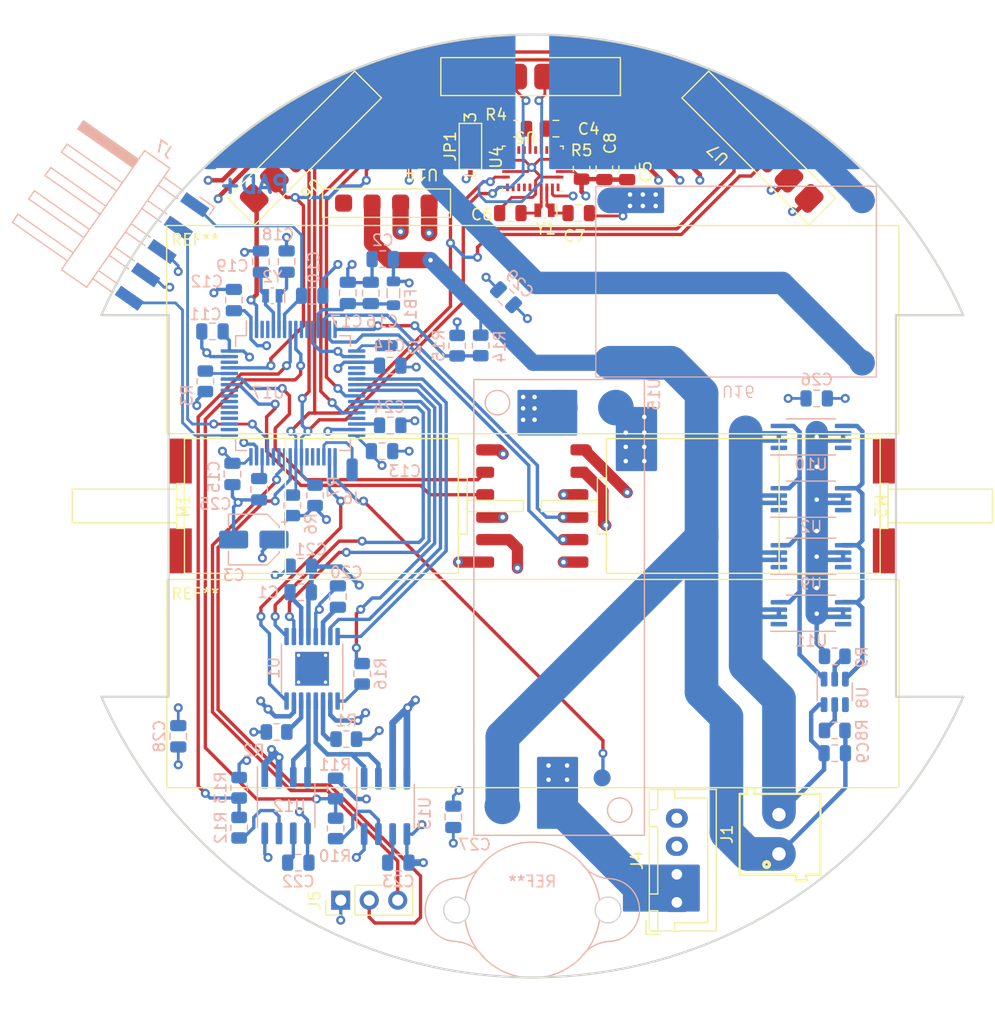
<source format=kicad_pcb>
(kicad_pcb (version 20221018) (generator pcbnew)
  (layers (0 "F.Cu" signal) (1 "In1.Cu" signal) (2 "In2.Cu" signal) (31 "B.Cu" signal) (34 "B.Paste" user) (35 "F.Paste" user) (36 "B.SilkS" user "B.Silkscreen") (37 "F.SilkS" user "F.Silkscreen") (38 "B.Mask" user) (39 "F.Mask" user) (44 "Edge.Cuts" user))
  (net 0 "")
  (net 1 "-BATT_PROT")
  (net 2 "M1_B")
  (net 3 "+5V")
  (net 4 "M1_A")
  (net 5 "IP_MOTOR_A+")
  (net 6 "M2_B")
  (net 7 "M2_A")
  (net 8 "Net-(U1-AISEN)")
  (net 9 "Net-(U1-BISEN)")
  (net 10 "-BATT")
  (net 11 "DRV_B1")
  (net 12 "Net-(U1-VCP)")
  (net 13 "DRV_B2")
  (net 14 "DRV_A2")
  (net 15 "Net-(JP1-C)")
  (net 16 "+3.3V")
  (net 17 "BNO_INT")
  (net 18 "VL_EN1")
  (net 19 "VL_EN2")
  (net 20 "VL_EN3")
  (net 21 "SDA")
  (net 22 "SCL")
  (net 24 "Net-(U4-~{BOOT_LOAD_PIN})")
  (net 27 "Net-(U4-CAP)")
  (net 29 "Net-(U4-~{RESET})")
  (net 36 "Net-(U4-XOUT32)")
  (net 37 "Net-(U4-XIN32)")
  (net 38 "DRV_A1")
  (net 39 "+BATT")
  (net 40 "Net-(U8-VCC)")
  (net 41 "Net-(U8-CS)")
  (net 42 "Net-(U10-G1)")
  (net 43 "Net-(U10-G2)")
  (net 45 "Net-(U9-D-Pad1)")
  (net 46 "Net-(U10-D-Pad1)")
  (net 47 "Net-(U2-D-Pad1)")
  (net 48 "Net-(U11-D-Pad1)")
  (net 49 "NRST")
  (net 50 "+3.3VA")
  (net 51 "Net-(U17-PH1)")
  (net 52 "Net-(U17-PH0)")
  (net 53 "/BOOT0")
  (net 54 "Net-(C24-Pad1)")
  (net 55 "Net-(C25-Pad1)")
  (net 56 "Net-(J2-Pin_1)")
  (net 59 "Net-(J6-Pin_1)")
  (net 65 "SWDIO")
  (net 66 "SWCLK")
  (net 74 "Net-(U12-FILTER)")
  (net 75 "Net-(U13-FILTER)")
  (net 76 "I_MOTOR_A")
  (net 77 "Net-(U13-VIOUT)")
  (net 78 "I_MOTOR_B")
  (net 79 "Net-(U12-VIOUT)")
  (net 80 "IP_MOTOR_A-")
  (net 81 "IP_MOTOR_B-")
  (net 83 "VIN_PAD+")
  (net 84 "VIN_PAD-")
  (net 89 "REG_5V_ENABLE")
  (net 91 "SWO")
  (net 93 "DRV_FAULT")
  (net 94 "DRV_SLEEP")
  (net 95 "VL_IRQ")
  (net 96 "Net-(U1-VINT)")
  (net 97 "/MOTOR_A-")
  (net 98 "/MOTOR_B-")
  (net 99 "BATT_DIV_V")
  (net 100 "UART_TX")
  (net 101 "UART_RX")
  (net 102 "IP_MOTOR_B+")
  (net 103 "Net-(U1-nSLEEP)")
  (footprint "Capacitor_SMD:C_0805_2012Metric" (layer "F.Cu") (at 64.135 33.909)
    (fp_text reference "C7")
    (fp_text value "22pF")
  )
  (footprint "Jumper:SolderJumper-3_P1.3mm_Bridged12_Pad1.0x1.5mm_NumberLabels" (layer "F.Cu") (at 54.483 27.97 90)
    (fp_text reference "JP1")
    (fp_text value "I2C_ADDR_SEL")
  )
  (footprint "Ark:ark_conn" (layer "F.Cu") (at 81.979045 89.249522 90)
    (property "VALUE" "691103110002")
    (fp_text reference "J1")
    (fp_text value "ARK")
  )
  (footprint "Resistor_SMD:R_0805_2012Metric" (layer "F.Cu") (at 58.5705 26.386 180)
    (fp_text reference "R4")
    (fp_text value "10K")
  )
  (footprint "pololu:VL53L0X" (layer "F.Cu") (at 67.849 23.439 180)
    (fp_text reference "U5")
    (fp_text value "~")
  )
  (footprint "Package_LGA:LGA-28_5.2x3.8mm_P0.5mm" (layer "F.Cu") (at 60.042846 29.9535 180)
    (fp_text reference "U4")
    (fp_text value "BNO055")
  )
  (footprint "pololu:S7V8F3_vertical" (layer "F.Cu") (at 52.71 34.29 180)
    (fp_text reference "U14")
    (fp_text value "~")
  )
  (footprint "Capacitor_SMD:C_0805_2012Metric" (layer "F.Cu") (at 58.039 33.909 180)
    (fp_text reference "C6")
    (fp_text value "22pF")
  )
  (footprint "pololu:N20_EXTENDED_SHAFT" (layer "F.Cu") (at 19 60 90)
    (fp_text reference "M1")
    (fp_text value "N20_MOTOR_EXTENDED_SHAFT")
  )
  (footprint "Crystal:Crystal_SMD_MicroCrystal_CM9V-T1A-2Pin_1.6x1.0mm" (layer "F.Cu") (at 61.087 33.655 180)
    (fp_text reference "Y1")
    (fp_text value "32.768kHz")
  )
  (footprint "Capacitor_SMD:C_0805_2012Metric" (layer "F.Cu") (at 68.453 29.972 90)
    (fp_text reference "C5")
    (fp_text value "100nF")
  )
  (footprint "pololu:VL53L0X" (layer "F.Cu") (at 84.643972 34.963993 135)
    (fp_text reference "U7")
    (fp_text value "~")
  )
  (footprint "pololu:N20_EXTENDED_SHAFT" (layer "F.Cu") (at 101 60 -90)
    (fp_text reference "M2")
    (fp_text value "N20_MOTOR_EXTENDED_SHAFT")
  )
  (footprint "Connector_JST:JST_XH_B4B-XH-A_1x04_P2.50mm_Vertical" (layer "F.Cu") (at 72.881 95.317 90)
    (fp_text reference "J4")
    (fp_text value "RPI_POWER_CONN")
  )
  (footprint "Capacitor_SMD:C_0805_2012Metric" (layer "F.Cu") (at 62.103 26.386)
    (fp_text reference "C4")
    (fp_text value "1uF")
  )
  (footprint "Resistor_SMD:R_0805_2012Metric" (layer "F.Cu") (at 64.389 29.972 -90)
    (fp_text reference "R5")
    (fp_text value "10K")
  )
  (footprint "pololu:SAMSUNG_18650" (layer "F.Cu") (at 27.432 66.548)
    (fp_text reference "REF**")
    (fp_text value "SAMSUNG_18650")
  )
  (footprint "pololu:SAMSUNG_18650" (layer "F.Cu") (at 27.414 35.016)
    (fp_text reference "REF**")
    (fp_text value "SAMSUNG_18650")
  )
  (footprint "Capacitor_SMD:C_0805_2012Metric" (layer "F.Cu") (at 66.421 29.972 90)
    (fp_text reference "C8")
    (fp_text value "120nF")
  )
  (footprint "Connector_PinHeader_2.54mm:PinHeader_1x03_P2.54mm_Vertical" (layer "F.Cu") (at 42.926 95.123 90)
    (fp_text reference "J5")
    (fp_text value "UART_HEADER")
  )
  (footprint "pololu:VL53L0X" (layer "F.Cu") (at 46.557737 23.650284 -135)
    (fp_text reference "U6")
    (fp_text value "~")
  )
  (footprint "Capacitor_SMD:C_0805_2012Metric" (layer "B.Cu") (at 85.344 50.419 180)
    (fp_text reference "C26")
    (fp_text value "100nF")
  )
  (footprint "Capacitor_SMD:C_0805_2012Metric" (layer "B.Cu") (at 38.1 38.227 -90)
    (fp_text reference "C18")
    (fp_text value "12pf")
  )
  (footprint "Capacitor_SMD:C_0805_2012Metric" (layer "B.Cu") (at 52.959 87.696 -90)
    (fp_text reference "C27")
    (fp_text value "100nF")
  )
  (footprint "Resistor_SMD:R_0805_2012Metric" (layer "B.Cu") (at 33.872125 85.106 -90)
    (fp_text reference "R13")
    (fp_text value "10K")
  )
  (footprint "Resistor_SMD:R_0805_2012Metric" (layer "B.Cu") (at 37.211 80.137)
    (fp_text reference "R2")
    (fp_text value "0.2R")
  )
  (footprint "pololu:U3V70F5" (layer "B.Cu") (at 69.989 48.7 180)
    (fp_text reference "U15")
    (fp_text value "~" hide)
  )
  (footprint "pololu:BALL_CASTER_3_8" (layer "B.Cu") (at 59.99997 96 180)
    (fp_text reference "REF**")
    (fp_text value "BALL_CASTER_3_8")
    (fp_circle (center -6.75 0) (end -5.6 0) (stroke (width 0.12)) (fill none) (layer "Edge.Cuts"))
    (fp_circle (center 6.75 0) (end 7.9 0) (stroke (width 0.12)) (fill none) (layer "Edge.Cuts"))
  )
  (footprint "Package_SO:TSSOP-8_4.4x3mm_P0.65mm" (layer "B.Cu") (at 84.836 69.55525)
    (fp_text reference "U11")
    (fp_text value "~")
  )
  (footprint "Capacitor_SMD:C_0805_2012Metric" (layer "B.Cu") (at 57.658 41.402 135)
    (fp_text reference "C29")
    (fp_text value "100nF")
  )
  (footprint "Capacitor_SMD:C_0805_2012Metric" (layer "B.Cu") (at 47.336 52.832)
    (fp_text reference "C24")
    (fp_text value "2.2uF")
  )
  (footprint "Inductor_SMD:L_0805_2012Metric" (layer "B.Cu") (at 47.62 41.054 90)
    (fp_text reference "FB1")
    (fp_text value "FerriteBead")
  )
  (footprint "Capacitor_SMD:C_0805_2012Metric" (layer "B.Cu") (at 48.061 91.775)
    (fp_text reference "C23")
    (fp_text value "100nF")
  )
  (footprint "Capacitor_SMD:CP_Elec_4x3" (layer "B.Cu") (at 35.179 62.992 180)
    (fp_text reference "C3")
    (fp_text value "10uF")
  )
  (footprint "Capacitor_SMD:C_0805_2012Metric" (layer "B.Cu") (at 39.359 67.691 180)
    (fp_text reference "C1")
    (fp_text value "10nF")
  )
  (footprint "pololu:TP5100" (layer "B.Cu") (at 65.659 48.514)
    (fp_text reference "U16")
    (fp_text value "~")
  )
  (footprint "Package_SO:SOIC-8_3.9x4.9mm_P1.27mm" (layer "B.Cu") (at 38.063125 86.695 -90)
    (fp_text reference "U12")
    (fp_text value "ACS712-5A")
  )
  (footprint "Resistor_SMD:R_0805_2012Metric" (layer "B.Cu") (at 53.3 45.72 -90)
    (fp_text reference "R15")
    (fp_text value "10K")
  )
  (footprint "Capacitor_SMD:C_0805_2012Metric" (layer "B.Cu") (at 28.448 80.518 -90)
    (fp_text reference "C28")
    (fp_text value "100nF")
  )
  (footprint "Capacitor_SMD:C_0805_2012Metric" (layer "B.Cu") (at 35.814 38.227 -90)
    (fp_text reference "C19")
    (fp_text value "12pf")
  )
  (footprint "Capacitor_SMD:C_0805_2012Metric" (layer "B.Cu") (at 39.37 65.405 180)
    (fp_text reference "C21")
    (fp_text value "10uF")
  )
  (footprint "Connector_Harwin:Harwin_M20-89005xx_1x05_P2.54mm_Horizontal" (layer "B.Cu") (at 22.479 34.163 145)
    (fp_text reference "J7")
    (fp_text value "Conn_01x05_Pin")
  )
  (footprint "Capacitor_SMD:C_0805_2012Metric" (layer "B.Cu") (at 33.274 57.15 -90)
    (fp_text reference "C15")
    (fp_text value "100nF")
  )
  (footprint "Resistor_SMD:R_0805_2012Metric" (layer "B.Cu") (at 42.473 85.171 -90)
    (fp_text reference "R11")
    (fp_text value "10K")
  )
  (footprint "Resistor_SMD:R_0805_2012Metric" (layer "B.Cu") (at 43.423 80.772 180)
    (fp_text reference "R1")
    (fp_text value "0.2R")
  )
  (footprint "Resistor_SMD:R_0805_2012Metric" (layer "B.Cu") (at 30.861 48.895 -90)
    (fp_text reference "R3")
    (fp_text value "10K")
  )
  (footprint "Resistor_SMD:R_0805_2012Metric" (layer "B.Cu") (at 86.95 73.393)
    (fp_text reference "R9")
    (fp_text value "1K")
  )
  (footprint "Capacitor_SMD:C_0805_2012Metric" (layer "B.Cu") (at 43.556 41.021 90)
    (fp_text reference "C17")
    (fp_text value "10nF")
  )
  (footprint "Resistor_SMD:R_0805_2012Metric" (layer "B.Cu") (at 86.95 79.997 180)
    (fp_text reference "R8")
    (fp_text value "100R")
  )
  (footprint "Capacitor_SMD:C_0805_2012Metric" (layer "B.Cu") (at 46.67 38.006 180)
    (fp_text reference "C2")
    (fp_text value "1uF")
  )
  (footprint "Package_SO:TSSOP-16-1EP_4.4x5mm_P0.65mm_EP3x3mm_ThermalVias" (layer "B.Cu") (at 40.375 74.503 90)
    (fp_text reference "U1")
    (fp_text value "DRV8833PWP")
  )
  (footprint "Capacitor_SMD:C_0805_2012Metric" (layer "B.Cu") (at 40.386 41.275)
    (fp_text reference "C10")
    (fp_text value "100nF")
  )
  (footprint "Package_TO_SOT_SMD:SOT-23-6" (layer "B.Cu") (at 86.95 76.5625 -90)
    (fp_text reference "U8")
    (fp_text value "~")
  )
  (footprint "Resistor_SMD:R_0805_2012Metric" (layer "B.Cu") (at 42.473 88.727 -90)
    (fp_text reference "R10")
    (fp_text value "10K")
  )
  (footprint "Connector_Wire:SolderWirePad_1x01_SMD_1x2mm" (layer "B.Cu") (at 43.942 56.769)
    (fp_text reference "J6")
    (fp_text value "BackupPad")
  )
  (footprint "Resistor_SMD:R_0805_2012Metric" (layer "B.Cu") (at 38.608 59.944 -90)
    (fp_text reference "R6")
    (fp_text value "R")
  )
  (footprint "Connector_Wire:SolderWirePad_1x01_SMD_1x2mm" (layer "B.Cu") (at 46.99 45.72 90)
    (fp_text reference "J2")
    (fp_text value "BackupPad")
  )
  (footprint "Crystal:Crystal_SMD_MicroCrystal_CM9V-T1A-2Pin_1.6x1.0mm" (layer "B.Cu") (at 36.83 41.275 180)
    (fp_text reference "Y2")
    (fp_text value "8MHz")
  )
  (footprint "Capacitor_SMD:C_0805_2012Metric" (layer "B.Cu") (at 42.672 68.072 -90)
    (fp_text reference "C20")
    (fp_text value "2.2uF")
  )
  (footprint "Capacitor_SMD:C_0805_2012Metric" (layer "B.Cu") (at 31.496 44.45 180)
    (fp_text reference "C11")
    (fp_text value "1uF")
  )
  (footprint "Capacitor_SMD:C_0805_2012Metric" (layer "B.Cu") (at 47.336 47.498)
    (fp_text reference "C14")
    (fp_text value "100nF")
  )
  (footprint "Resistor_SMD:R_0805_2012Metric" (layer "B.Cu") (at 33.872125 88.662 -90)
    (fp_text reference "R12")
    (fp_text value "10K")
  )
  (footprint "Capacitor_SMD:C_0805_2012Metric" (layer "B.Cu") (at 46.609 55.118)
    (fp_text reference "C13")
    (fp_text value "100nF")
  )
  (footprint "Package_SO:SOIC-8_3.9x4.9mm_P1.27mm" (layer "B.Cu") (at 46.918 86.76 -90)
    (fp_text reference "U13")
    (fp_text value "ACS712-5A")
  )
  (footprint "Package_SO:TSSOP-8_4.4x3mm_P0.65mm" (layer "B.Cu") (at 84.836 64.47525)
    (fp_text reference "U9")
    (fp_text value "~")
  )
  (footprint "Package_SO:TSSOP-8_4.4x3mm_P0.65mm" (layer "B.Cu") (at 84.836 53.84825)
    (fp_text reference "U10")
    (fp_text value "~")
  )
  (footprint "Resistor_SMD:R_0805_2012Metric" (layer "B.Cu") (at 55.4 45.7 90)
    (fp_text reference "R14")
    (fp_text value "10K")
  )
  (footprint "Capacitor_SMD:C_0805_2012Metric" (layer "B.Cu") (at 39.145125 91.775)
    (fp_text reference "C22")
    (fp_text value "100nF")
  )
  (footprint "Capacitor_SMD:C_0805_2012Metric" (layer "B.Cu") (at 86.95 82.029)
    (fp_text reference "C9")
    (fp_text value "100nF")
  )
  (footprint "Package_SO:TSSOP-8_4.4x3mm_P0.65mm" (layer "B.Cu") (at 84.836 59.39525)
    (fp_text reference "U2")
    (fp_text value "~")
  )
  (footprint "Package_QFP:LQFP-64_10x10mm_P0.5mm" (layer "B.Cu") (at 38.674 49.946 -90)
    (fp_text reference "U17")
    (fp_text value "STM32H7A3RITx")
  )
  (footprint "Resistor_SMD:R_0805_2012Metric" (layer "B.Cu") (at 40.64 59.055 90)
    (fp_text reference "R7")
    (fp_text value "R")
  )
  (footprint "Capacitor_SMD:C_0805_2012Metric" (layer "B.Cu") (at 45.604 41.021 90)
    (fp_text reference "C16")
    (fp_text value "1uF")
  )
  (footprint "Resistor_SMD:R_0805_2012Metric" (layer "B.Cu") (at 44.831 74.9535 90)
    (fp_text reference "R16")
    (fp_text value "33K")
  )
  (footprint "Capacitor_SMD:C_0805_2012Metric" (layer "B.Cu") (at 35.652 58.512 -90)
    (fp_text reference "C25")
    (fp_text value "2.2uF")
  )
  (footprint "Capacitor_SMD:C_0805_2012Metric" (layer "B.Cu") (at 33.401 41.656 90)
    (fp_text reference "C12")
    (fp_text value "100nF")
  )
  (gr_line (start 21.5943 43) (end 27.5943 43) (stroke (width 0.2)) (layer "Edge.Cuts"))
  (gr_line (start 92.4057 77) (end 92.4057 43) (stroke (width 0.2)) (layer "Edge.Cuts"))
  (gr_line (start 27.5943 77) (end 21.5943 77) (stroke (width 0.2)) (layer "Edge.Cuts"))
  (gr_arc (start 98.405731 76.999995) (mid 59.999927 102) (end 21.59421 76.999861) (stroke (width 0.2)) (layer "Edge.Cuts"))
  (gr_line (start 27.5943 43) (end 27.5943 77) (stroke (width 0.2)) (layer "Edge.Cuts"))
  (gr_line (start 98.4057 77) (end 92.4057 77) (stroke (width 0.2)) (layer "Edge.Cuts"))
  (gr_arc (start 21.59421 43.000139) (mid 59.999927 18) (end 98.405731 43.000005) (stroke (width 0.2)) (layer "Edge.Cuts"))
  (gr_line (start 92.4057 43) (end 98.4057 43) (stroke (width 0.2)) (layer "Edge.Cuts"))
  (gr_text "PAD+" (at 38.481 32.258) (layer "B.Cu") (effects (font (size 1.5 1.5) (thickness 0.3) bold) (justify left bottom mirror)))
  (segment (start 57.655346 30.2035) (end 59.5855 30.2035) (width 0.254) (layer "F.Cu") (net 1))
  (segment (start 57.792846 28.9095) (end 58.086846 29.2035) (width 0.254) (layer "F.Cu") (net 1))
  (segment (start 62.430346 28.4285) (end 62.292846 28.291) (width 0.254) (layer "F.Cu") (net 1))
  (segment (start 57.792846 28.291) (end 57.792846 28.9095) (width 0.254) (layer "F.Cu") (net 1))
  (segment (start 60.586846 30.7035) (end 60.292846 30.9975) (width 0.254) (layer "F.Cu") (net 1))
  (segment (start 71.247 30.734) (end 69.535 29.022) (width 0.4) (layer "F.Cu") (net 1))
  (segment (start 69.535 29.022) (end 68.453 29.022) (width 0.4) (layer "F.Cu") (net 1))
  (segment (start 62.292846 27.146154) (end 63.053 26.386) (width 0.25) (layer "F.Cu") (net 1))
  (segment (start 60.671 29.118) (end 59.944 29.845) (width 0.254) (layer "F.Cu") (net 1))
  (segment (start 57.089 33.589) (end 57.089 33.909) (width 0.254) (layer "F.Cu") (net 1))
  (segment (start 60.8025 30.7035) (end 59.944 29.845) (width 0.254) (layer "F.Cu") (net 1))
  (segment (start 62.430346 29.2035) (end 62.430346 28.4285) (width 0.254) (layer "F.Cu") (net 1))
  (segment (start 32.004 32.512) (end 39.097949 25.418051) (width 0.4) (layer "F.Cu") (net 1))
  (segment (start 62.430346 30.7035) (end 60.8025 30.7035) (width 0.254) (layer "F.Cu") (net 1))
  (segment (start 57.039546 55.007546) (end 55.571546 55.007546) (width 1) (layer "F.Cu") (net 1))
  (segment (start 32.004 32.639) (end 32.004 32.512) (width 0.4) (layer "F.Cu") (net 1))
  (segment (start 57.404 55.372) (end 57.039546 55.007546) (width 1) (layer "F.Cu") (net 1))
  (segment (start 58.166 32.512) (end 57.089 33.589) (width 0.254) (layer "F.Cu") (net 1))
  (segment (start 81.80541 31.877) (end 82.876205 30.806205) (width 0.4) (layer "F.Cu") (net 1))
  (segment (start 59.5855 30.2035) (end 59.944 29.845) (width 0.254) (layer "F.Cu") (net 1))
  (segment (start 58.42 29.2035) (end 59.3025 29.2035) (width 0.254) (layer "F.Cu") (net 1))
  (segment (start 65.339 34.163) (end 65.085 33.909) (width 0.254) (layer "F.Cu") (net 1))
  (segment (start 69.215 27.051) (end 67.818 27.051) (width 0.4) (layer "F.Cu") (net 1))
  (segment (start 71.247 30.988) (end 71.247 30.734) (width 0.4) (layer "F.Cu") (net 1))
  (segment (start 64.2 65) (end 62.762 65) (width 1) (layer "F.Cu") (net 1))
  (segment (start 62.344846 29.118) (end 60.671 29.118) (width 0.254) (layer "F.Cu") (net 1))
  (segment (start 73.152 30.988) (end 69.215 27.051) (width 0.4) (layer "F.Cu") (net 1))
  (segment (start 60.292846 32.2345) (end 60.015346 32.512) (width 0.254) (layer "F.Cu") (net 1))
  (segment (start 62.430346 29.2035) (end 62.344846 29.118) (width 0.254) (layer "F.Cu") (net 1))
  (segment (start 67.818 27.051) (end 63.659 22.892) (width 0.4) (layer "F.Cu") (net 1))
  (segment (start 62.292846 28.291) (end 62.292846 27.146154) (width 0.25) (layer "F.Cu") (net 1))
  (segment (start 54.483 29.27) (end 54.483 30.48) (width 0.4) (layer "F.Cu") (net 1))
  (segment (start 55.682 55.118) (end 55.8 55) (width 0.3) (layer "F.Cu") (net 1))
  (segment (start 58.086846 29.2035) (end 58.42 29.2035) (width 0.254) (layer "F.Cu") (net 1))
  (segment (start 60.292846 31.616) (end 60.292846 32.2345) (width 0.254) (layer "F.Cu") (net 1))
  (segment (start 60.015346 32.512) (end 58.166 32.512) (width 0.254) (layer "F.Cu") (net 1))
  (segment (start 81.28 31.877) (end 81.80541 31.877) (width 0.4) (layer "F.Cu") (net 1))
  (segment (start 57.655346 29.2035) (end 58.42 29.2035) (width 0.254) (layer "F.Cu") (net 1))
  (segment (start 66.421 29.022) (end 68.453 29.022) (width 0.4) (layer "F.Cu") (net 1))
  (segment (start 39.097949 25.418051) (end 42.399949 25.418051) (width 0.4) (layer "F.Cu") (net 1))
  (segment (start 60.292846 30.9975) (end 60.292846 31.616) (width 0.254) (layer "F.Cu") (net 1))
  (segment (start 48.26 33.02) (end 48.26 35.56) (width 1.45) (layer "F.Cu") (net 1))
  (segment (start 59.3025 29.2035) (end 59.944 29.845) (width 0.254) (layer "F.Cu") (net 1))
  (segment (start 63.659 22.892) (end 63.659 21.749) (width 0.4) (layer "F.Cu") (net 1))
  (segment (start 54.483 30.48) (end 54.102 30.861) (width 0.4) (layer "F.Cu") (net 1))
  (segment (start 68.072 34.163) (end 65.339 34.163) (width 0.254) (layer "F.Cu") (net 1))
  (segment (start 60.8025 30.7035) (end 60.586846 30.7035) (width 0.254) (layer "F.Cu") (net 1))
  (via (at 63.09595 83.121242) (size 0.8) (drill 0.4) (layers "F.Cu" "B.Cu") (net 1))
  (via (at 81.28 31.877) (size 0.8) (drill 0.4) (layers "F.Cu" "B.Cu") (net 1))
  (via (at 85.344 62.23) (size 0.8) (drill 0.4) (layers "F.Cu" "B.Cu") (net 1))
  (via (at 34.544 82.677) (size 0.8) (drill 0.4) (layers "F.Cu" "B.Cu") (net 1))
  (via (at 69.977 54.737) (size 0.8) (drill 0.4) (layers "F.Cu" "B.Cu") (net 1))
  (via (at 61.44495 83.121242) (size 0.8) (drill 0.4) (layers "F.Cu" "B.Cu") (net 1))
  (via (at 41.021 69.215) (size 0.8) (drill 0.4) (layers "F.Cu" "B.Cu") (net 1))
  (via (at 52.959 90.043) (size 0.8) (drill 0.4) (layers "F.Cu" "B.Cu") (net 1))
  (via (at 69.977 56.007) (size 0.8) (drill 0.4) (layers "F.Cu" "B.Cu") (net 1))
  (via (at 49.53 52.416) (size 0.8) (drill 0.4) (layers "F.Cu" "B.Cu") (net 1))
  (via (at 85.344 59.436) (size 0.8) (drill 0.4) (layers "F.Cu" "B.Cu") (net 1))
  (via (at 53.3 43.6) (size 0.8) (drill 0.4) (layers "F.Cu" "B.Cu") (net 1))
  (via (at 32.004 32.639) (size 0.8) (drill 0.4) (layers "F.Cu" "B.Cu") (net 1))
  (via (at 61.44495 84.391242) (size 0.8) (drill 0.4) (layers "F.Cu" "B.Cu") (net 1))
  (via (at 63.09595 84.391242) (size 0.8) (drill 0.4) (layers "F.Cu" "B.Cu") (net 1))
  (via (at 45.212 86.106) (size 0.8) (drill 0.4) (layers "F.Cu" "B.Cu") (net 1))
  (via (at 59.944 29.845) (size 0.8) (drill 0.4) (layers "F.Cu" "B.Cu") (net 1))
  (via (at 73.152 30.988) (size 0.8) (drill 0.4) (layers "F.Cu" "B.Cu") (net 1))
  (via (at 55.88 39.624) (size 0.8) (drill 0.4) (layers "F.Cu" "B.Cu") (net 1))
  (via (at 34.29 54.356) (size 0.8) (drill 0.4) (layers "F.Cu" "B.Cu") (net 1))
  (via (at 54.102 30.861) (size 0.8) (drill 0.4) (layers "F.Cu" "B.Cu") (net 1))
  (via (at 33.782 59.69) (size 0.8) (drill 0.4) (layers "F.Cu" "B.Cu") (net 1))
  (via (at 42.672 46.228) (size 0.8) (drill 0.4) (layers "F.Cu" "B.Cu") (net 1))
  (via (at 68.326 56.007) (size 0.8) (drill 0.4) (layers "F.Cu" "B.Cu") (net 1))
  (via (at 68.072 34.163) (size 0.8) (drill 0.4) (layers "F.Cu" "B.Cu") (net 1))
  (via (at 41.783 53.34) (size 0.8) (drill 0.4) (layers "F.Cu" "B.Cu") (net 1))
  (via (at 39.243 87.249) (size 0.8) (drill 0.4) (layers "F.Cu" "B.Cu") (net 1))
  (via (at 49.657 47.625) (size 0.8) (drill 0.4) (layers "F.Cu" "B.Cu") (net 1))
  (via (at 62.775911 65.005044) (size 0.8) (drill 0.4) (layers "F.Cu" "B.Cu") (net 1))
  (via (at 68.707 33.274) (size 0.8) (drill 0.4) (layers "F.Cu" "B.Cu") (net 1))
  (via (at 69.85 33.274) (size 0.8) (drill 0.4) (layers "F.Cu" "B.Cu") (net 1))
  (via (at 68.326 53.467) (size 0.8) (drill 0.4) (layers "F.Cu" "B.Cu") (net 1))
  (via (at 37.084 66.167) (size 0.8) (drill 0.4) (layers "F.Cu" "B.Cu") (net 1))
  (via (at 57.404 55.372) (size 0.8) (drill 0.4) (layers "F.Cu" "B.Cu") (net 1))
  (via (at 50.165 88.392) (size 0.8) (drill 0.4) (layers "F.Cu" "B.Cu") (net 1))
  (via (at 85.344 69.596) (size 0.8) (drill 0.4) (layers "F.Cu" "B.Cu") (net 1))
  (via (at 70.993 33.274) (size 0.8) (drill 0.4) (layers "F.Cu" "B.Cu") (net 1))
  (via (at 49.022 55.118) (size 0.8) (drill 0.4) (layers "F.Cu" "B.Cu") (net 1))
  (via (at 85.344 56.515) (size 0.8) (drill 0.4) (layers "F.Cu" "B.Cu") (net 1))
  (via (at 30.988 46.355) (size 0.8) (drill 0.4) (layers "F.Cu" "B.Cu") (net 1))
  (via (at 82.804 50.419) (size 0.8) (drill 0.4) (layers "F.Cu" "B.Cu") (net 1))
  (via (at 68.326 54.737) (size 0.8) (drill 0.4) (layers "F.Cu" "B.Cu") (net 1))
  (via (at 68.707 32.258) (size 0.8) (drill 0.4) (layers "F.Cu" "B.Cu") (net 1))
  (via (at 42.926 96.901) (size 0.8) (drill 0.4) (layers "F.Cu" "B.Cu") (net 1))
  (via (at 71.247 30.988) (size 0.8) (drill 0.4) (layers "F.Cu" "B.Cu") (net 1))
  (via (at 50.292 91.775) (size 0.8) (drill 0.4) (layers "F.Cu" "B.Cu") (net 1))
  (via (at 69.977 53.467) (size 0.8) (drill 0.4) (layers "F.Cu" "B.Cu") (net 1))
  (via (at 28.448 39.116) (size 0.8) (drill 0.4) (layers "F.Cu" "B.Cu") (net 1))
  (via (at 85.344 64.516) (size 0.8) (drill 0.4) (layers "F.Cu" "B.Cu") (net 1))
  (via (at 28.448 83.058) (size 0.8) (drill 0.4) (layers "F.Cu" "B.Cu") (net 1))
  (via (at 48.26 35.56) (size 0.8) (drill 0.4) (layers "F.Cu" "B.Cu") (net 1))
  (via (at 69.85 32.258) (size 0.8) (drill 0.4) (layers "F.Cu" "B.Cu") (net 1))
  (via (at 70.993 32.258) (size 0.8) (drill 0.4) (layers "F.Cu" "B.Cu") (net 1))
  (via (at 35.179 80.137) (size 0.8) (drill 0.4) (layers "F.Cu" "B.Cu") (net 1))
  (via (at 38.1 36.068) (size 0.8) (drill 0.4) (layers "F.Cu" "B.Cu") (net 1))
  (via (at 31.623 41.021) (size 0.8) (drill 0.4) (layers "F.Cu" "B.Cu") (net 1))
  (via (at 34.3535 37.4015) (size 0.8) (drill 0.4) (layers "F.Cu" "B.Cu") (net 1))
  (via (at 69.977 52.07) (size 0.8) (drill 0.4) (layers "F.Cu" "B.Cu") (net 1))
  (via (at 42.672 38.481) (size 0.8) (drill 0.4) (layers "F.Cu" "B.Cu") (net 1))
  (via (at 30.099 51.054) (size 0.8) (drill 0.4) (layers "F.Cu" "B.Cu") (net 1))
  (via (at 46.355 80.01) (size 0.8) (drill 0.4) (layers "F.Cu" "B.Cu") (net 1))
  (via (at 85.344 53.848) (size 0.8) (drill 0.4) (layers "F.Cu" "B.Cu") (net 1))
  (via (at 43.942 38.481) (size 0.8) (drill 0.4) (layers "F.Cu" "B.Cu") (net 1))
  (via (at 85.344 67.31) (size 0.8) (drill 0.4) (layers "F.Cu" "B.Cu") (net 1))
  (segment (start 85.344 59.436) (end 85.344 59.00875) (width 2) (layer "B.Cu") (net 1))
  (segment (start 34.43 54.496) (end 35.17712 54.496) (width 0.3) (layer "B.Cu") (net 1))
  (segment (start 33.782 59.69) (end 33.274 59.182) (width 0.3) (layer "B.Cu") (net 1))
  (segment (start 38.1 36.068) (end 38.1 37.277) (width 0.3) (layer "B.Cu") (net 1))
  (segment (start 53.3 43.6) (end 53.3 44.8075) (width 0.25) (layer "B.Cu") (net 1))
  (segment (start 85.4055 69.23025) (end 85.344 69.16875) (width 0.4) (layer "B.Cu") (net 1))
  (segment (start 87.6985 53.52325) (end 87.6985 54.17325) (width 0.4) (layer "B.Cu") (net 1))
  (segment (start 44.3205 86.106) (end 45.212 86.106) (width 0.4) (layer "B.Cu") (net 1))
  (segment (start 72.416905 92.801862) (end 70.774138 92.801862) (width 1.7) (layer "B.Cu") (net 1))
  (segment (start 34.478 37.277) (end 35.814 37.277) (width 0.3) (layer "B.Cu") (net 1))
  (segment (start 41.927 53.196) (end 44.349 53.196) (width 0.3) (layer "B.Cu") (net 1))
  (segment (start 40.7 71.628) (end 40.7 69.536) (width 0.3) (layer "B.Cu") (net 1))
  (segment (start 34.21625 82.677) (end 33.872125 83.021125) (width 0.3) (layer "B.Cu") (net 1))
  (segment (start 72.416905 95.301862) (end 70.917862 95.301862) (width 1.7) (layer "B.Cu") (net 1))
  (segment (start 35.424 54.74288) (end 35.424 55.621) (width 0.3) (layer "B.Cu") (net 1))
  (segment (start 50.292 91.775) (end 49.011 91.775) (width 0.6) (layer "B.Cu") (net 1))
  (segment (start 45.588 40.104) (end 45.72 39.972) (width 0.3) (layer "B.Cu") (net 1))
  (segment (start 42.672 46.228) (end 41.148 46.228) (width 0.3) (layer "B.Cu") (net 1))
  (segment (start 85.344 56.515) (end 85.344 53.848) (width 2) (layer "B.Cu") (net 1))
  (segment (start 39.968125 89.17) (end 39.968125 87.974125) (width 0.3) (layer "B.Cu") (net 1))
  (segment (start 41.021 68.773) (end 42.672 67.122) (width 0.3) (layer "B.Cu") (net 1))
  (segment (start 87.6985 59.72025) (end 86.0555 59.72025) (width 0.4) (layer "B.Cu") (net 1))
  (segment (start 87.6985 59.07025) (end 85.4055 59.07025) (width 0.4) (layer "B.Cu") (net 1))
  (segment (start 28.448 38.608) (end 27.17201 37.33201) (width 0.25) (layer "B.Cu") (net 1))
  (segment (start 34.3535 37.4015) (end 34.478 37.277) (width 0.3) (layer "B.Cu") (net 1))
  (segment (start 40.424 45.504) (end 40.424 44.271) (width 0.3) (layer "B.Cu") (net 1))
  (segment (start 33.872125 84.1935) (end 33.872125 83.021125) (width 0.3) (layer "B.Cu") (net 1))
  (segment (start 31.938 40.706) (end 31.623 41.021) (width 0.3) (layer "B.Cu") (net 1))
  (segment (start 84.394 50.419) (end 82.804 50.419) (width 0.25) (layer "B.Cu") (net 1))
  (segment (start 70.774138 92.801862) (end 69.596 93.98) (width 1.7) (layer "B.Cu") (net 1))
  (segment (start 85.344 53.848) (end 85.344 53.42075) (width 2) (layer "B.Cu") (net 1))
  (segment (start 85.344 67.31) (end 85.344 64.516) (width 2) (layer "B.Cu") (net 1))
  (segment (start 35.179 80.137) (end 36.2985 80.137) (width 0.3) (layer "B.Cu") (net 1))
  (segment (start 87.6985 64.15025) (end 85.4055 64.15025) (width 0.4) (layer "B.Cu") (net 1))
  (segment (start 40.7 69.536) (end 41.021 69.215) (width 0.3) (layer "B.Cu") (net 1))
  (segment (start 34.01 59.462) (end 35.652 59.462) (width 0.3) (layer "B.Cu") (net 1))
  (segment (start 46.355 80.01) (end 45.593 80.772) (width 0.3) (layer "B.Cu") (net 1))
  (segment (start 87.6985 53.52325) (end 85.4465 53.52325) (width 0.4) (layer "B.Cu") (net 1))
  (segment (start 28.448 81.468) (end 28.448 83.058) (width 0.25) (layer "B.Cu") (net 1))
  (segment (start 45.72 39.972) (end 45.72 38.006) (width 0.3) (layer "B.Cu") (net 1))
  (segment (start 86.0555 69.88025) (end 87.6985 69.88025) (width 0.4) (layer "B.Cu") (net 1))
  (segment (start 69.549 93.98) (end 69.596 93.98) (width 3) (layer "B.Cu") (net 1))
  (segment (start 49.53 52.416) (end 48.286 52.416) (width 0.25) (layer "B.Cu") (net 1))
  (segment (start 85.344 64.516) (end 85.344 64.08875) (width 2) (layer "B.Cu") (net 1))
  (segment (start 32.999 46.696) (end 31.329 46.696) (width 0.3) (layer "B.Cu") (net 1))
  (segment (start 30.546 44.704) (end 30.546 45.913) (width 0.3) (layer "B.Cu") (net 1))
  (segment (start 37.084 66.167) (end 37.597 66.167) (width 0.3) (layer "B.Cu") (net 1))
  (segment (start 86.0555 64.80025) (end 85.344 64.08875) (width 0.4) (layer "B.Cu") (net 1))
  (segment (start 43.556 40.104) (end 45.588 40.104) (width 0.3) (layer "B.Cu") (net 1))
  (segment (start 62.329 86.76) (end 69.549 93.98) (width 3) (layer "B.Cu") (net 1))
  (segment (start 41.336 39.817) (end 41.336 41.402) (width 0.3) (layer "B.Cu") (net 1))
  (segment (start 87.6985 59.07025) (end 87.6985 59.72025) (width 0.4) (layer "B.Cu") (net 1))
  (segment (start 85.344 59.00875) (end 85.344 56.515) (width 2) (layer "B.Cu") (net 1))
  (segment (start 31.329 46.696) (end 30.988 46.355) (width 0.3) (layer "B.Cu") (net 1))
  (segment (start 85.344 72.244) (end 85.344 69.596) (width 0.4) (layer "B.Cu") (net 1))
  (segment (start 85.344 64.08875) (end 85.344 62.23) (width 2) (layer "B.Cu") (net 1))
  (segment (start 33.401 40.706) (end 31.938 40.706) (width 0.3) (layer "B.Cu") (net 1))
  (segment (start 27.17201 37.33201) (end 27.004815 37.33201) (width 0.25) (layer "B.Cu") (net 1))
  (segment (start 43.942 38.481) (end 43.556 38.867) (width 0.3) (layer "B.Cu") (net 1))
  (segment (start 30.099 50.5695) (end 30.861 49.8075) (width 0.3) (layer "B.Cu") (net 1))
  (segment (start 34.544 82.677) (end 34.21625 82.677) (width 0.3) (layer "B.Cu") (net 1))
  (segment (start 87.6985 64.80025) (end 86.0555 64.80025) (width 0.4) (layer "B.Cu") (net 1))
  (segment (start 87.6985 69.23025) (end 85.4055 69.23025) (width 0.4) (layer "B.Cu") (net 1))
  (segment (start 56.986249 40.730249) (end 55.88 39.624) (width 0.25) (layer "B.Cu") (net 1))
  (segment (start 39.968125 91.648) (end 40.095125 91.775) (width 0.6) (layer "B.Cu") (net 1))
  (segment (start 48.823 89.235) (end 48.823 91.587) (width 0.3) (layer "B.Cu") (net 1))
  (segment (start 48.823 89.235) (end 49.322 89.235) (width 0.3) (layer "B.Cu") (net 1))
  (segment (start 37.597 66.167) (end 38.359 65.405) (width 0.3) (layer "B.Cu") (net 1))
  (segment (start 30.546 45.913) (end 30.988 46.355) (width 0.3) (layer "B.Cu") (net 1))
  (segment (start 35.17712 54.496) (end 35.424 54.74288) (width 0.3) (layer "B.Cu") (net 1))
  (segment (start 45.593 80.772) (end 44.3355 80.772) (width 0.3) (layer "B.Cu") (net 1))
  (segment (start 49.322 89.235) (end 50.165 88.392) (width 0.3) (layer "B.Cu") (net 1))
  (segment (start 34.29 54.356) (end 34.43 54.496) (width 0.3) (layer "B.Cu") (net 1))
  (segment (start 86.0375 72.9375) (end 85.344 72.244) (width 0.4) (layer "B.Cu") (net 1))
  (segment (start 48.823 91.587) (end 49.011 91.775) (width 0.6) (layer "B.Cu") (net 1))
  (segment (start 30.099 51.054) (end 30.099 50.5695) (width 0.3) (layer "B.Cu") (net 1))
  (segment (start 70.917862 95.301862) (end 69.596 93.98) (width 1.7) (layer "B.Cu") (net 1))
  (segment (start 33.274 59.182) (end 33.274 58.1) (width 0.3) (layer "B.Cu") (net 1))
  (segment (start 85.4055 64.15025) (end 85.344 64.08875) (width 0.4) (layer "B.Cu") (net 1))
  (segment (start 42.672 46.228) (end 43.14 46.696) (width 0.3) (layer "B.Cu") (net 1))
  (segment (start 49.657 47.625) (end 48.667 47.625) (width 0.25) (layer "B.Cu") (net 1))
  (segment (start 42.672 38.481) (end 41.336 39.817) (width 0.3) (layer "B.Cu") (net 1))
  (segment (start 28.448 39.116) (end 28.448 38.608) (width 0.25) (layer "B.Cu") (net 1))
  (segment (start 33.379 60.093) (end 33.379 62.992) (width 0.3) (layer "B.Cu") (net 1))
  (segment (start 86.0555 59.72025) (end 85.344 59.00875) (width 0.4) (layer "B.Cu") (net 1))
  (segment (start 85.344 69.596) (end 85.344 69.16875) (width 2) (layer "B.Cu") (net 1))
  (segment (start 41.783 53.34) (end 41.927 53.196) (width 0.3) (layer "B.Cu") (net 1))
  (segment (start 86.0375 73.393) (end 86.0375 72.9375) (width 0.4) (layer "B.Cu") (net 1))
  (segment (start 33.782 59.69) (end 34.01 59.462) (width 0.3) (layer "B.Cu") (net 1))
  (segment (start 43.556 38.867) (end 43.556 40.104) (width 0.3) (layer "B.Cu") (net 1))
  (segment (start 39.968125 87.974125) (end 39.243 87.249) (width 0.3) (layer "B.Cu") (net 1))
  (segment (start 48.667 47.625) (end 48.286 47.244) (width 0.25) (layer "B.Cu") (net 1))
  (segment (start 52.959 88.646) (end 52.959 90.043) (width 0.25) (layer "B.Cu") (net 1))
  (segment (start 42.473 84.2585) (end 44.3205 86.106) (width 0.4) (layer "B.Cu") (net 1))
  (segment (start 42.926 95.123) (end 42.926 96.901) (width 0.3) (layer "B.Cu") (net 1))
  (segment (start 87.6985 69.23025) (end 87.6985 69.88025) (width 0.4) (layer "B.Cu") (net 1))
  (segment (start 85.344 69.16875) (end 85.344 67.31) (width 2) (layer "B.Cu") (net 1))
  (segment (start 85.4465 53.52325) (end 85.344 53.42075) (width 0.4) (layer "B.Cu") (net 1))
  (segment (start 85.4055 59.07025) (end 85.344 59.00875) (width 0.4) (layer "B.Cu") (net 1))
  (segment (start 87.6985 64.15025) (end 87.6985 64.80025) (width 0.4) (layer "B.Cu") (net 1))
  (segment (start 85.344 69.16875) (end 86.0555 69.88025) (width 0.4) (layer "B.Cu") (net 1))
  (segment (start 41.021 69.215) (end 41.021 68.773) (width 0.3) (layer "B.Cu") (net 1))
  (segment (start 33.782 59.69) (end 33.379 60.093) (width 0.3) (layer "B.Cu") (net 1))
  (segment (start 39.968125 89.17) (end 39.968125 91.648) (width 0.3) (layer "B.Cu") (net 1))
  (segment (start 87.6985 54.17325) (end 86.0965 54.17325) (width 0.4) (layer "B.Cu") (net 1))
  (segment (start 86.0965 54.17325) (end 85.344 53.42075) (width 0.4) (layer "B.Cu") (net 1))
  (segment (start 41.148 46.228) (end 40.424 45.504) (width 0.3) (layer "B.Cu") (net 1))
  (segment (start 85.344 62.23) (end 85.344 59.436) (width 2) (layer "B.Cu") (net 1))
  (segment (start 45.628 37.914) (end 45.72 38.006) (width 0.3) (layer "B.Cu") (net 1))
  (segment (start 43.14 46.696) (end 44.349 46.696) (width 0.3) (layer "B.Cu") (net 1))
  (segment (start 47.559 55.118) (end 49.022 55.118) (width 0.25) (layer "B.Cu") (net 1))
  (segment (start 39.878 57.658) (end 55.142 57.658) (width 0.3) (layer "F.Cu") (net 2))
  (segment (start 37.084 54.864) (end 39.878 57.658) (width 0.3) (layer "F.Cu") (net 2))
  (segment (start 37.084 54.356) (end 37.084 54.61) (width 0.3) (layer "F.Cu") (net 2))
  (segment (start 37.719 49.53) (end 38.354 50.165) (width 0.3) (layer "F.Cu") (net 2))
  (segment (start 38.354 50.165) (end 38.354 51.816) (width 0.3) (layer "F.Cu") (net 2))
  (segment (start 55.142 57.658) (end 55.8 57) (width 0.3) (layer "F.Cu") (net 2))
  (segment (start 38.354 51.816) (end 37.084 53.086) (width 0.3) (layer "F.Cu") (net 2))
  (segment (start 37.084 54.356) (end 37.084 54.864) (width 0.3) (layer "F.Cu") (net 2))
  (segment (start 37.084 53.086) (end 37.084 54.356) (width 0.3) (layer "F.Cu") (net 2))
  (via (at 37.719 49.53) (size 0.8) (drill 0.4) (layers "F.Cu" "B.Cu") (net 2))
  (segment (start 37.719 49.53) (end 34.925 49.53) (width 0.3) (layer "B.Cu") (net 2))
  (segment (start 34.925 49.53) (end 34.091 48.696) (width 0.3) (layer "B.Cu") (net 2))
  (segment (start 34.091 48.696) (end 32.999 48.696) (width 0.3) (layer "B.Cu") (net 2))
  (via (at 59.182 50.292) (size 0.8) (drill 0.4) (layers "F.Cu" "B.Cu") (net 3))
  (via (at 59.182 52.324) (size 0.8) (drill 0.4) (layers "F.Cu" "B.Cu") (net 3))
  (via (at 59.182 51.308) (size 0.8) (drill 0.4) (layers "F.Cu" "B.Cu") (net 3))
  (via (at 44.323 91.313) (size 0.8) (drill 0.4) (layers "F.Cu" "B.Cu") (net 3))
  (via (at 36.449 91.313) (size 0.8) (drill 0.4) (layers "F.Cu" "B.Cu") (net 3))
  (via (at 60.198 52.324) (size 0.8) (drill 0.4) (layers "F.Cu" "B.Cu") (net 3))
  (via (at 60.198 50.292) (size 0.8) (drill 0.4) (layers "F.Cu" "B.Cu") (net 3))
  (via (at 60.198 51.308) (size 0.8) (drill 0.4) (layers "F.Cu" "B.Cu") (net 3))
  (via (at 44.577 67.056) (size 0.8) (drill 0.4) (layers "F.Cu" "B.Cu") (net 3))
  (segment (start 40.32 65.405) (end 42.926 65.405) (width 0.4) (layer "B.Cu") (net 3))
  (segment (start 42.926 65.405) (end 44.577 67.056) (width 0.4) (layer "B.Cu") (net 3))
  (segment (start 40.32 67.553) (end 40.309 67.564) (width 0.3) (layer "B.Cu") (net 3))
  (segment (start 40.309 67.564) (end 40.05 67.823) (width 0.4) (layer "B.Cu") (net 3))
  (segment (start 36.158125 91.022125) (end 36.449 91.313) (width 0.254) (layer "B.Cu") (net 3))
  (segment (start 36.158125 89.17) (end 36.158125 91.022125) (width 0.3) (layer "B.Cu") (net 3))
  (segment (start 40.05 67.823) (end 40.05 71.628) (width 0.4) (layer "B.Cu") (net 3))
  (segment (start 45.013 89.235) (end 45.013 90.623) (width 0.3) (layer "B.Cu") (net 3))
  (segment (start 40.32 65.405) (end 40.32 67.553) (width 0.4) (layer "B.Cu") (net 3))
  (segment (start 45.013 90.623) (end 44.323 91.313) (width 0.3) (layer "B.Cu") (net 3))
  (segment (start 50.872 59) (end 50.038 58.166) (width 0.3) (layer "F.Cu") (net 4))
  (segment (start 55.8 59) (end 50.872 59) (width 0.3) (layer "F.Cu") (net 4))
  (segment (start 50.038 58.166) (end 39.37 58.166) (width 0.3) (layer "F.Cu") (net 4))
  (segment (start 37.084 51.308) (end 37.084 50.927) (width 0.3) (layer "F.Cu") (net 4))
  (segment (start 36.322 55.118) (end 36.322 52.07) (width 0.3) (layer "F.Cu") (net 4))
  (segment (start 36.322 52.07) (end 37.084 51.308) (width 0.3) (layer "F.Cu") (net 4))
  (segment (start 39.37 58.166) (end 36.322 55.118) (width 0.3) (layer "F.Cu") (net 4))
  (via (at 37.084 50.927) (size 0.8) (drill 0.4) (layers "F.Cu" "B.Cu") (net 4))
  (segment (start 37.084 50.927) (end 35.60812 50.927) (width 0.3) (layer "B.Cu") (net 4))
  (segment (start 33.87712 49.196) (end 32.999 49.196) (width 0.3) (layer "B.Cu") (net 4))
  (segment (start 35.60812 50.927) (end 33.87712 49.196) (width 0.3) (layer "B.Cu") (net 4))
  (segment (start 57.92 63) (end 58.674 63.754) (width 1) (layer "F.Cu") (net 5))
  (segment (start 58.674 63.754) (end 58.674 65.532) (width 1) (layer "F.Cu") (net 5))
  (segment (start 55.8 63) (end 57.92 63) (width 1) (layer "F.Cu") (net 5))
  (via (at 49.585355 77.290955) (size 0.8) (drill 0.4) (layers "F.Cu" "B.Cu") (net 5))
  (via (at 48.895 77.978) (size 0.8) (drill 0.4) (layers "F.Cu" "B.Cu") (net 5))
  (via (at 58.674 65.532) (size 0.8) (drill 0.4) (layers "F.Cu" "B.Cu") (net 5))
  (segment (start 49.582045 77.290955) (end 49.585355 77.290955) (width 0.6) (layer "B.Cu") (net 5))
  (segment (start 48.823 78.05) (end 48.895 77.978) (width 0.6) (layer "B.Cu") (net 5))
  (segment (start 47.553 79.32) (end 47.553 84.285) (width 0.6) (layer "B.Cu") (net 5))
  (segment (start 48.4505 78.4225) (end 47.553 79.32) (width 0.6) (layer "B.Cu") (net 5))
  (segment (start 48.4505 78.4225) (end 49.582045 77.290955) (width 0.6) (layer "B.Cu") (net 5))
  (segment (start 48.895 77.978) (end 48.4505 78.4225) (width 0.6) (layer "B.Cu") (net 5))
  (segment (start 48.823 84.285) (end 48.823 78.05) (width 0.6) (layer "B.Cu") (net 5))
  (segment (start 62.746 63) (end 62.738 62.992) (width 0.25) (layer "F.Cu") (net 6))
  (segment (start 64.2 63) (end 62.746 63) (width 1) (layer "F.Cu") (net 6))
  (via (at 62.738 62.992) (size 0.8) (drill 0.4) (layers "F.Cu" "B.Cu") (net 6))
  (segment (start 59.69 60.397106) (end 62.284894 62.992) (width 0.3) (layer "B.Cu") (net 6))
  (segment (start 62.284894 62.992) (end 62.738 62.992) (width 0.3) (layer "B.Cu") (net 6))
  (segment (start 42.172959 45.396) (end 44.266 45.396) (width 0.3) (layer "B.Cu") (net 6))
  (segment (start 41.924 45.147041) (end 42.172959 45.396) (width 0.3) (layer "B.Cu") (net 6))
  (segment (start 41.924 44.271) (end 41.924 45.147041) (width 0.3) (layer "B.Cu") (net 6))
  (segment (start 44.266 45.396) (end 44.891 44.771) (width 0.3) (layer "B.Cu") (net 6))
  (segment (start 44.891 44.771) (end 48.073 44.771) (width 0.3) (layer "B.Cu") (net 6))
  (segment (start 48.073 44.771) (end 59.69 56.388) (width 0.3) (layer "B.Cu") (net 6))
  (segment (start 59.69 56.388) (end 59.69 60.397106) (width 0.3) (layer "B.Cu") (net 6))
  (segment (start 64.2 61) (end 62.738 61) (width 1) (layer "F.Cu") (net 7))
  (segment (start 64.16 60.96) (end 64.2 61) (width 0.25) (layer "F.Cu") (net 7))
  (via (at 62.738 61) (size 0.8) (drill 0.4) (layers "F.Cu" "B.Cu") (net 7))
  (segment (start 61.254 61) (end 62.738 61) (width 0.3) (layer "B.Cu") (net 7))
  (segment (start 60.452 56.388) (end 60.452 60.198) (width 0.3) (layer "B.Cu") (net 7))
  (segment (start 41.424 44.271) (end 41.424 43.394959) (width 0.3) (layer "B.Cu") (net 7))
  (segment (start 41.424 43.394959) (end 41.81502 43.003938) (width 0.3) (layer "B.Cu") (net 7))
  (segment (start 41.81502 43.003938) (end 47.067938 43.003938) (width 0.3) (layer "B.Cu") (net 7))
  (segment (start 60.452 60.198) (end 61.254 61) (width 0.3) (layer "B.Cu") (net 7))
  (segment (start 47.067938 43.003938) (end 60.452 56.388) (width 0.3) (layer "B.Cu") (net 7))
  (segment (start 41.35 77.378) (end 41.35 80.29275) (width 0.4) (layer "B.Cu") (net 8))
  (segment (start 41.35 80.29275) (end 41.82925 80.772) (width 0.4) (layer "B.Cu") (net 8))
  (segment (start 41.82925 80.772) (end 42.5105 80.772) (width 0.4) (layer "B.Cu") (net 8))
  (segment (start 39.4 78.8605) (end 38.1235 80.137) (width 0.4) (layer "B.Cu") (net 9))
  (segment (start 39.4 77.378) (end 39.4 78.8605) (width 0.4) (layer "B.Cu") (net 9))
  (segment (start 86 82.029) (end 84.852 80.881) (width 0.4) (layer "B.Cu") (net 10))
  (segment (start 85.5585 77.7) (end 86 77.7) (width 0.4) (layer "B.Cu") (net 10))
  (segment (start 79.8175 64.15025) (end 79.756 64.08875) (width 0.4) (layer "B.Cu") (net 10))
  (segment (start 86 82.029) (end 86.361827 82.029) (width 0.25) (layer "B.Cu") (net 10))
  (segment (start 79.8175 59.07025) (end 79.756 59.00875) (width 0.4) (layer "B.Cu") (net 10))
  (segment (start 81.9735 69.23025) (end 81.9735 69.88025) (width 0.4) (layer "B.Cu") (net 10))
  (segment (start 86 83.478567) (end 81.979045 87.499522) (width 0.4) (layer "B.Cu") (net 10))
  (segment (start 81.979045 77.179045) (end 81.979045 87.3) (width 3) (layer "B.Cu") (net 10))
  (segment (start 81.9735 53.52325) (end 79.8585 53.52325) (width 0.4) (layer "B.Cu") (net 10))
  (segment (start 80.5085 54.17325) (end 79.756 53.42075) (width 0.4) (layer "B.Cu") (net 10))
  (segment (start 80.4675 59.72025) (end 79.756 59.00875) (width 0.4) (layer "B.Cu") (net 10))
  (segment (start 79.8585 53.52325) (end 79.756 53.42075) (width 0.4) (layer "B.Cu") (net 10))
  (segment (start 81.9735 64.15025) (end 79.8175 64.15025) (width 0.4) (layer "B.Cu") (net 10))
  (segment (start 81.9735 59.07025) (end 79.8175 59.07025) (width 0.4) (layer "B.Cu") (net 10))
  (segment (start 86 82.029) (end 86 83.478567) (width 0.4) (layer "B.Cu") (net 10))
  (segment (start 81.9735 69.88025) (end 80.4675 69.88025) (width 0.4) (layer "B.Cu") (net 10))
  (segment (start 81.9735 64.80025) (end 80.4675 64.80025) (width 0.4) (layer "B.Cu") (net 10))
  (segment (start 81.9735 59.72025) (end 80.4675 59.72025) (width 0.4) (layer "B.Cu") (net 10))
  (segment (start 81.9735 59.07025) (end 81.9735 59.72025) (width 0.4) (layer "B.Cu") (net 10))
  (segment (start 84.852 80.881) (end 84.852 78.4065) (width 0.4) (layer "B.Cu") (net 10))
  (segment (start 81.9735 54.17325) (end 80.5085 54.17325) (width 0.4) (layer "B.Cu") (net 10))
  (segment (start 84.852 78.4065) (end 85.5585 77.7) (width 0.4) (layer "B.Cu") (net 10))
  (segment (start 80.4675 64.80025) (end 79.756 64.08875) (width 0.4) (layer "B.Cu") (net 10))
  (segment (start 79.8175 69.23025) (end 79.756 69.16875) (width 0.4) (layer "B.Cu") (net 10))
  (segment (start 79.016461 74.216461) (end 81.979045 77.179045) (width 3) (layer "B.Cu") (net 10))
  (segment (start 81.9735 64.15025) (end 81.9735 64.80025) (width 0.4) (layer "B.Cu") (net 10))
  (segment (start 80.4675 69.88025) (end 79.756 69.16875) (width 0.4) (layer "B.Cu") (net 10))
  (segment (start 79.016461 53.442809) (end 79.016461 74.216461) (width 3) (layer "B.Cu") (net 10))
  (segment (start 81.9735 69.23025) (end 79.8175 69.23025) (width 0.4) (layer "B.Cu") (net 10))
  (segment (start 81.9735 53.52325) (end 81.9735 54.17325) (width 0.4) (layer "B.Cu") (net 10))
  (segment (start 42.7865 63.1315) (end 44.831 63.1315) (width 0.3) (layer "F.Cu") (net 11))
  (segment (start 37.084 69.85) (end 37.084 68.834) (width 0.3) (layer "F.Cu") (net 11))
  (segment (start 37.084 68.834) (end 42.7865 63.1315) (width 0.3) (layer "F.Cu") (net 11))
  (via (at 37.084 69.85) (size 0.8) (drill 0.4) (layers "F.Cu" "B.Cu") (net 11))
  (via (at 44.831 63.1315) (size 0.8) (drill 0.4) (layers "F.Cu" "B.Cu") (net 11))
  (segment (start 44.9455 63.246) (end 49.911 63.246) (width 0.3) (layer "B.Cu") (net 11))
  (segment (start 50.28 62.877) (end 50.28 51.692) (width 0.3) (layer "B.Cu") (net 11))
  (segment (start 37.084 70.612) (end 38.1 71.628) (width 0.3) (layer "B.Cu") (net 11))
  (segment (start 50.28 51.692) (end 49.784 51.196) (width 0.3) (layer "B.Cu") (net 11))
  (segment (start 49.784 51.196) (end 44.349 51.196) (width 0.3) (layer "B.Cu") (net 11))
  (segment (start 44.831 63.1315) (end 44.9455 63.246) (width 0.3) (layer "B.Cu") (net 11))
  (segment (start 37.084 69.85) (end 37.084 70.612) (width 0.3) (layer "B.Cu") (net 11))
  (segment (start 49.911 63.246) (end 50.28 62.877) (width 0.3) (layer "B.Cu") (net 11))
  (segment (start 39.4 69.063) (end 39.4 71.628) (width 0.4) (layer "B.Cu") (net 12))
  (segment (start 38.409 68.072) (end 39.4 69.063) (width 0.4) (layer "B.Cu") (net 12))
  (segment (start 38.354 68.58) (end 42.799 64.135) (width 0.3) (layer "F.Cu") (net 13))
  (segment (start 38.354 69.85) (end 38.354 68.58) (width 0.3) (layer "F.Cu") (net 13))
  (segment (start 42.799 64.135) (end 43.434 64.135) (width 0.3) (layer "F.Cu") (net 13))
  (via (at 43.434 64.135) (size 0.8) (drill 0.4) (layers "F.Cu" "B.Cu") (net 13))
  (via (at 38.354 69.85) (size 0.8) (drill 0.4) (layers "F.Cu" "B.Cu") (net 13))
  (segment (start 50.8 63.119) (end 50.8 51.452212) (width 0.3) (layer "B.Cu") (net 13))
  (segment (start 38.354 69.85) (end 38.75 70.246) (width 0.3) (layer "B.Cu") (net 13))
  (segment (start 49.784 64.135) (end 50.8 63.119) (width 0.3) (layer "B.Cu") (net 13))
  (segment (start 38.75 70.246) (end 38.75 71.628) (width 0.3) (layer "B.Cu") (net 13))
  (segment (start 43.434 64.135) (end 49.784 64.135) (width 0.3) (layer "B.Cu") (net 13))
  (segment (start 50.043788 50.696) (end 44.349 50.696) (width 0.3) (layer "B.Cu") (net 13))
  (segment (start 50.8 51.452212) (end 50.043788 50.696) (width 0.3) (layer "B.Cu") (net 13))
  (segment (start 51.816 63.754) (end 51.816 51.054) (width 0.3) (layer "B.Cu") (net 14))
  (segment (start 45.466 70.104) (end 51.816 63.754) (width 0.3) (layer "B.Cu") (net 14))
  (segment (start 49.958 49.196) (end 44.349 49.196) (width 0.3) (layer "B.Cu") (net 14))
  (segment (start 51.816 51.054) (end 49.958 49.196) (width 0.3) (layer "B.Cu") (net 14))
  (segment (start 42 70.853001) (end 42.749001 70.104) (width 0.3) (layer "B.Cu") (net 14))
  (segment (start 42.749001 70.104) (end 45.466 70.104) (width 0.3) (layer "B.Cu") (net 14))
  (segment (start 42 71.628) (end 42 70.853001) (width 0.3) (layer "B.Cu") (net 14))
  (segment (start 57.1355 29.7035) (end 57.655346 29.7035) (width 0.254) (layer "F.Cu") (net 15))
  (segment (start 55.402 27.97) (end 57.1355 29.7035) (width 0.254) (layer "F.Cu") (net 15))
  (segment (start 54.483 27.97) (end 55.402 27.97) (width 0.254) (layer "F.Cu") (net 15))
  (segment (start 54.483 26.67) (end 57.374 26.67) (width 0.4) (layer "F.Cu") (net 16))
  (segment (start 64.389 30.8845) (end 66.3835 30.8845) (width 0.4) (layer "F.Cu") (net 16))
  (segment (start 66.199 21.749) (end 74.93 30.48) (width 0.4) (layer "F.Cu") (net 16))
  (segment (start 63.708 30.2035) (end 62.430346 30.2035) (width 0.254) (layer "F.Cu") (net 16))
  (segment (start 66.421 30.922) (end 68.453 30.922) (width 0.4) (layer "F.Cu") (net 16))
  (segment (start 61.943346 32.385) (end 61.792846 32.2345) (width 0.254) (layer "F.Cu") (net 16))
  (segment (start 50.8 33.02) (end 50.8 35.687) (width 1.45) (layer "F.Cu") (net 16))
  (segment (start 64.389 30.8845) (end 64.389 32.004) (width 0.4) (layer "F.Cu") (net 16))
  (segment (start 83.492512 33.782) (end 84.672256 32.602256) (width 0.4) (layer "F.Cu") (net 16))
  (segment (start 49.022 28.956) (end 51.308 26.67) (width 0.4) (layer "F.Cu") (net 16))
  (segment (start 66.3835 30.8845) (end 66.421 30.922) (width 0.254) (layer "F.Cu") (net 16))
  (segment (start 32.385 30.988) (end 39.751 23.622) (width 0.4) (layer "F.Cu") (net 16))
  (segment (start 57.374 26.67) (end 57.658 26.386) (width 0.254) (layer "F.Cu") (net 16))
  (segment (start 74.93 30.48) (end 74.93 30.988) (width 0.4) (layer "F.Cu") (net 16))
  (segment (start 61.792846 32.2345) (end 61.792846 31.616) (width 0.254) (layer "F.Cu") (net 16))
  (segment (start 64.389 32.004) (end 64.77 32.385) (width 0.4) (layer "F.Cu") (net 16))
  (segment (start 64.2 59) (end 62.792371 59) (width 1) (layer "F.Cu") (net 16))
  (segment (start 63.627 32.385) (end 61.943346 32.385) (width 0.254) (layer "F.Cu") (net 16))
  (segment (start 51.308 26.67) (end 54.483 26.67) (width 0.4) (layer "F.Cu") (net 16))
  (segment (start 31.115 30.988) (end 32.385 30.988) (width 0.4) (layer "F.Cu") (net 16))
  (segment (start 57.364 61) (end 55.8 61) (width 1) (layer "F.Cu") (net 16))
  (segment (start 63.708 30.2035) (end 64.389 30.8845) (width 0.254) (layer "F.Cu") (net 16))
  (segment (start 64.145 59.055) (end 64.2 59) (width 0.3) (layer "F.Cu") (net 16))
  (segment (start 83.185 33.782) (end 83.492512 33.782) (width 0.4) (layer "F.Cu") (net 16))
  (segment (start 39.751 23.622) (end 44.196 23.622) (width 0.4) (layer "F.Cu") (net 16))
  (segment (start 49.022 30.988) (end 49.022 28.956) (width 0.4) (layer "F.Cu") (net 16))
  (via (at 59.563 43.307) (size 0.8) (drill 0.4) (layers "F.Cu" "B.Cu") (net 16))
  (via (at 49.022 40.132) (size 0.8) (drill 0.4) (layers "F.Cu" "B.Cu") (net 16))
  (via (at 64.77 32.385) (size 0.8) (drill 0.4) (layers "F.Cu" "B.Cu") (net 16))
  (via (at 32.385 55.118) (size 0.8) (drill 0.4) (layers "F.Cu" "B.Cu") (net 16))
  (via (at 27.686 40.513) (size 0.8) (drill 0.4) (layers "F.Cu" "B.Cu") (net 16))
  (via (at 57.364 61) (size 0.8) (drill 0.4) (layers "F.Cu" "B.Cu") (net 16))
  (via (at 83.185 33.782) (size 0.8) (drill 0.4) (layers "F.Cu" "B.Cu") (net 16))
  (via (at 34.798 46.736) (size 0.8) (drill 0.4) (layers "F.Cu" "B.Cu") (net 16))
  (via (at 31.115 30.988) (size 0.8) (drill 0.4) (layers "F.Cu" "B.Cu") (net 16))
  (via (at 35.941 64.643) (size 0.8) (drill 0.4) (layers "F.Cu" "B.Cu") (net 16))
  (via (at 36.322 45.72) (size 0.8) (drill 0.4) (layers "F.Cu" "B.Cu") (net 16))
  (via (at 74.93 30.988) (size 0.8) (drill 0.4) (layers "F.Cu" "B.Cu") (net 16))
  (via (at 53.467 85.344) (size 0.8) (drill 0.4) (layers "F.Cu" "B.Cu") (net 16))
  (via (at 42.672 47.752) (size 0.8) (drill 0.4) (layers "F.Cu" "B.Cu") (net 16))
  (via (at 41.656 61.214) (size 0.8) (drill 0.4) (layers "F.Cu" "B.Cu") (net 16))
  (via (at 50.8 35.687) (size 0.8) (drill 0.4) (layers "F.Cu" "B.Cu") (net 16))
  (via (at 28.448 77.978) (size 0.8) (drill 0.4) (layers "F.Cu" "B.Cu") (net 16))
  (via (at 63.627 32.385) (size 0.8) (drill 0.4) (layers "F.Cu" "B.Cu") (net 16))
  (via (at 87.884 50.419) (size 0.8) (drill 0.4) (layers "F.Cu" "B.Cu") (net 16))
  (via (at 62.792371 59) (size 0.8) (drill 0.4) (layers "F.Cu" "B.Cu") (net 16))
  (via (at 46.609 56.388) (size 0.8) (drill 0.4) (layers "F.Cu" "B.Cu") (net 16))
  (via (at 49.022 30.988) (size 0.8) (drill 0.4) (layers "F.Cu" "B.Cu") (net 16))
  (segment (start 27.178 40.513) (end 26.077656 39.412656) (width 0.25) (layer "B.Cu") (net 16))
  (segment (start 47.62 39.9915) (end 48.8815 39.9915) (width 0.3) (layer "B.Cu") (net 16))
  (segment (start 33.274 56.007) (end 32.385 55.118) (width 0.25) (layer "B.Cu") (net 16))
  (segment (start 35.941 64.643) (end 35.941 64.03) (width 0.3) (layer "B.Cu") (net 16))
  (segment (start 43.228 47.196) (end 44.349 47.196) (width 0.3) (layer "B.Cu") (net 16))
  (segment (start 39.751 60.8565) (end 40.64 59.9675) (width 0.3) (layer "B.Cu") (net 16))
  (segment (start 34.351 42.606) (end 34.924 43.179) (width 0.3) (layer "B.Cu") (net 16))
  (segment (start 26.077656 39.412656) (end 25.547931 39.412656) (width 0.25) (layer "B.Cu") (net 16))
  (segment (start 34.924 44.271) (end 34.924 45.14912) (width 0.3) (layer "B.Cu") (net 16))
  (segment (start 58.329751 42.073751) (end 59.563 43.307) (width 0.25) (layer "B.Cu") (net 16))
  (segment (start 86.294 50.419) (end 87.884 50.419) (width 0.25) (layer "B.Cu") (net 16))
  (segment (start 52.959 86.746) (end 52.959 85.852) (width 0.25) (layer "B.Cu") (net 16))
  (segment (start 52.959 85.852) (end 53.467 85.344) (width 0.25) (layer "B.Cu") (net 16))
  (segment (start 27.686 40.513) (end 27.178 40.513) (width 0.25) (layer "B.Cu") (net 16))
  (segment (start 40.64 59.9675) (end 40.64 60.198) (width 0.3) (layer "B.Cu") (net 16))
  (segment (start 44.349 53.808) (end 45.659 55.118) (width 0.25) (layer "B.Cu") (net 16))
  (segment (start 32.999 45.257) (end 32.446 44.704) (width 0.3) (layer "B.Cu") (net 16))
  (segment (start 46.386 47.244) (end 46.338 47.196) (width 0.3) (layer "B.Cu") (net 16))
  (segment (start 34.345 56.2) (end 34.924 55.621) (width 0.25) (layer "B.Cu") (net 16))
  (segment (start 33.274 56.2) (end 33.274 56.007) (width 0.25) (layer "B.Cu") (net 16))
  (segment (start 33.401 42.606) (end 34.351 42.606) (width 0.3) (layer "B.Cu") (net 16))
  (segment (start 34.258 46.196) (end 34.798 46.736) (width 0.3) (layer "B.Cu") (net 16))
  (segment (start 32.999 46.196) (end 32.999 45.257) (width 0.3) (layer "B.Cu") (net 16))
  (segment (start 46.609 56.388) (end 45.659 55.438) (width 0.25) (layer "B.Cu") (net 16))
  (segment (start 33.274 56.2) (end 34.345 56.2) (width 0.25) (layer "B.Cu") (net 16))
  (segment (start 38.608 60.8565) (end 39.751 60.8565) (width 0.3) (layer "B.Cu") (net 16))
  (segment (start 42.672 47.752) (end 43.228 47.196) (width 0.3) (layer "B.Cu") (net 16))
  (segment (start 34.924 43.179) (end 34.924 44.271) (width 0.3) (layer "B.Cu") (net 16))
  (segment (start 34.924 45.14912) (end 35.49488 45.72) (width 0.3) (layer "B.Cu") (net 16))
  (segment (start 47.62 39.9915) (end 47.62 38.006) (width 0.3) (layer "B.Cu") (net 16))
  (segment (start 45.659 55.438) (end 45.659 55.118) (width 0.25) (layer "B.Cu") (net 16))
  (segment (start 48.8815 39.9915) (end 49.022 40.132) (width 0.3) (layer "B.Cu") (net 16))
  (segment (start 28.448 79.568) (end 28.448 77.978) (width 0.25) (layer "B.Cu") (net 16))
  (segment (start 40.64 60.198) (end 41.656 61.214) (width 0.3) (layer "B.Cu") (net 16))
  (segment (start 35.49488 45.72) (end 36.322 45.72) (width 0.3) (layer "B.Cu") (net 16))
  (segment (start 32.999 46.196) (end 34.258 46.196) (width 0.3) (layer "B.Cu") (net 16))
  (segment (start 44.349 53.696) (end 44.349 53.808) (width 0.25) (layer "B.Cu") (net 16))
  (segment (start 46.338 47.196) (end 44.349 47.196) (width 0.3) (layer "B.Cu") (net 16))
  (segment (start 35.941 64.03) (end 36.979 62.992) (width 0.3) (layer "B.Cu") (net 16))
  (segment (start 41.656 32.74821) (end 52.65521 21.749) (width 0.3) (layer "F.Cu") (net 18))
  (segment (start 52.65521 21.749) (end 53.499 21.749) (width 0.3) (layer "F.Cu") (net 18))
  (segment (start 42.672 49.53) (end 41.656 48.514) (width 0.3) (layer "F.Cu") (net 18))
  (segment (start 41.656 48.514) (end 41.656 32.74821) (width 0.3) (layer "F.Cu") (net 18))
  (via (at 42.672 49.53) (size 0.8) (drill 0.4) (layers "F.Cu" "B.Cu") (net 18))
  (segment (start 44.349 50.196) (end 43.338 50.196) (width 0.3) (layer "B.Cu") (net 18))
  (segment (start 43.338 50.196) (end 42.672 49.53) (width 0.3) (layer "B.Cu") (net 18))
  (segment (start 34.925 41.656) (end 35.433 41.148) (width 0.4) (layer "F.Cu") (net 19))
  (segment (start 35.433 41.148) (end 35.433 32.819512) (width 0.4) (layer "F.Cu") (net 19))
  (segment (start 35.433 32.819512) (end 35.215744 32.602256) (width 0.4) (layer "F.Cu") (net 19))
  (via (at 34.925 41.656) (size 0.8) (drill 0.4) (layers "F.Cu" "B.Cu") (net 19))
  (segment (start 35.424 42.155) (end 35.424 44.271) (width 0.3) (layer "B.Cu") (net 19))
  (segment (start 34.925 41.656) (end 35.424 42.155) (width 0.3) (layer "B.Cu") (net 19))
  (segment (start 68.199 19.558) (end 70.358 21.717) (width 0.3) (layer "F.Cu") (net 20))
  (segment (start 50.927 22.606) (end 50.927 20.701) (width 0.3) (layer "F.Cu") (net 20))
  (segment (start 50.927 20.701) (end 52.07 19.558) (width 0.3) (layer "F.Cu") (net 20))
  (segment (start 41.148 32.385) (end 50.927 22.606) (width 0.3) (layer "F.Cu") (net 20))
  (segment (start 52.07 19.558) (end 68.199 19.558) (width 0.3) (layer "F.Cu") (net 20))
  (segment (start 73.787 21.717) (end 75.692 23.622) (width 0.3) (layer "F.Cu") (net 20))
  (segment (start 70.358 21.717) (end 73.787 21.717) (width 0.3) (layer "F.Cu") (net 20))
  (segment (start 42.164 50.8) (end 41.148 49.784) (width 0.3) (layer "F.Cu") (net 20))
  (segment (start 41.148 49.784) (end 41.148 32.385) (width 0.3) (layer "F.Cu") (net 20))
  (via (at 42.164 50.8) (size 0.8) (drill 0.4) (layers "F.Cu" "B.Cu") (net 20))
  (segment (start 43.06 51.696) (end 44.349 51.696) (width 0.3) (layer "B.Cu") (net 20))
  (segment (start 42.164 50.8) (end 43.06 51.696) (width 0.3) (layer "B.Cu") (net 20))
  (segment (start 53.848 41.848054) (end 53.848 33.600106) (width 0.3) (layer "F.Cu") (net 21))
  (segment (start 41.015898 52.324) (end 43.372054 52.324) (width 0.3) (layer "F.Cu") (net 21))
  (segment (start 53.848 33.600106) (end 55.281606 32.1665) (width 0.3) (layer "F.Cu") (net 21))
  (segment (start 55.281606 32.1665) (end 56.460714 32.1665) (width 0.3) (layer "F.Cu") (net 21))
  (segment (start 77.978 30.226) (end 72.898 35.306) (width 0.3) (layer "F.Cu") (net 21))
  (segment (start 77.978 28.520206) (end 77.978 30.226) (width 0.3) (layer "F.Cu") (net 21))
  (segment (start 40.103898 49.812102) (end 40.103898 30.306204) (width 0.3) (layer "F.Cu") (net 21))
  (segment (start 58.579 21.749) (end 58.579 23.0315) (width 0.254) (layer "F.Cu") (net 21))
  (segment (start 72.898 35.306) (end 54.61 35.306) (width 0.3) (layer "F.Cu") (net 21))
  (segment (start 40.103898 30.306204) (end 38.807847 29.010153) (width 0.3) (layer "F.Cu") (net 21))
  (segment (start 79.284103 27.214103) (end 77.978 28.520206) (width 0.3) (layer "F.Cu") (net 21))
  (segment (start 43.372054 52.324) (end 53.848 41.848054) (width 0.3) (layer "F.Cu") (net 21))
  (segment (start 57.011214 31.616) (end 56.460714 32.1665) (width 0.3) (layer "F.Cu") (net 21))
  (segment (start 40.005 53.334898) (end 41.015898 52.324) (width 0.3) (layer "F.Cu") (net 21))
  (segment (start 54.61 35.306) (end 53.848 34.544) (width 0.3) (layer "F.Cu") (net 21))
  (segment (start 40.005 53.34) (end 40.005 53.334898) (width 0.3) (layer "F.Cu") (net 21))
  (segment (start 39.497 50.419) (end 40.103898 49.812102) (width 0.3) (layer "F.Cu") (net 21))
  (segment (start 57.792846 31.616) (end 57.011214 31.616) (width 0.3) (layer "F.Cu") (net 21))
  (segment (start 58.579 23.0315) (end 59.436 23.8885) (width 0.254) (layer "F.Cu") (net 21))
  (via (at 39.497 50.419) (size 0.8) (drill 0.4) (layers "F.Cu" "B.Cu") (net 21))
  (via (at 56.460714 32.1665) (size 0.8) (drill 0.4) (layers "F.Cu" "B.Cu") (net 21))
  (via (at 59.436 23.8885) (size 0.8) (drill 0.4) (layers "F.Cu" "B.Cu") (net 21))
  (via (at 40.005 53.34) (size 0.8) (drill 0.4) (layers "F.Cu" "B.Cu") (net 21))
  (segment (start 59.182 30.48) (end 59.182 24.1425) (width 0.254) (layer "B.Cu") (net 21))
  (segment (start 59.182 24.1425) (end 59.436 23.8885) (width 0.254) (layer "B.Cu") (net 21))
  (segment (start 39.424 53.921) (end 39.424 55.621) (width 0.25) (layer "B.Cu") (net 21))
  (segment (start 57.004214 31.623) (end 58.039 31.623) (width 0.254) (layer "B.Cu") (net 21))
  (segment (start 40.005 53.34) (end 40.132 53.467) (width 0.254) (layer "B.Cu") (net 21))
  (segment (start 39.424 55.621) (end 39.424 57.1805) (width 0.25) (layer "B.Cu") (net 21))
  (segment (start 58.039 31.623) (end 59.182 30.48) (width 0.254) (layer "B.Cu") (net 21))
  (segment (start 40.005 53.34) (end 39.424 53.921) (width 0.25) (layer "B.Cu") (net 21))
  (segment (start 39.497 50.419) (end 39.624 50.546) (width 0.3) (layer "B.Cu") (net 21))
  (segment (start 40.005 53.34) (end 39.497 52.832) (width 0.3) (layer "B.Cu") (net 21))
  (segment (start 39.424 57.1805) (end 40.386 58.1425) (width 0.25) (layer "B.Cu") (net 21))
  (segment (start 39.624 50.546) (end 39.624 50.67) (width 0.3) (layer "B.Cu") (net 21))
  (segment (start 39.497 52.832) (end 39.497 50.419) (width 0.3) (layer "B.Cu") (net 21))
  (segment (start 56.460714 32.1665) (end 57.004214 31.623) (width 0.254) (layer "B.Cu") (net 21))
  (segment (start 73.279 35.814) (end 78.486 30.607) (width 0.3) (layer "F.Cu") (net 22))
  (segment (start 43.203872 51.725102) (end 40.603898 51.725102) (width 0.3) (layer "F.Cu") (net 22))
  (segment (start 52.705 42.223974) (end 43.203872 51.725102) (width 0.3) (layer "F.Cu") (net 22))
  (segment (start 40.603898 51.725102) (end 40.603898 27.214102) (width 0.3) (layer "F.Cu") (net 22))
  (segment (start 38.481 53.34) (end 40.095898 51.725102) (width 0.3) (layer "F.Cu") (net 22))
  (segment (start 40.095898 51.725102) (end 40.603898 51.725102) (width 0.3) (layer "F.Cu") (net 22))
  (segment (start 52.705 36.576) (end 52.705 42.223974) (width 0.3) (layer "F.Cu") (net 22))
  (segment (start 61.119 21.749) (end 61.119 23.3485) (width 0.254) (layer "F.Cu") (net 22))
  (segment (start 56.261 31.115) (end 56.6725 30.7035) (width 0.254) (layer "F.Cu") (net 22))
  (segment (start 61.119 23.3485) (end 60.579 23.8885) (width 0.254) (layer "F.Cu") (net 22))
  (segment (start 78.486 30.607) (end 79.483308 30.607) (width 0.3) (layer "F.Cu") (net 22))
  (segment (start 52.705 36.576) (end 52.705 34.036) (width 0.3) (layer "F.Cu") (net 22))
  (segment (start 56.6725 30.7035) (end 57.655346 30.7035) (width 0.254) (layer "F.Cu") (net 22))
  (segment (start 55.118 37.846) (end 55.118 36.957) (width 0.3) (layer "F.Cu") (net 22))
  (segment (start 52.705 34.036) (end 55.626 31.115) (width 0.3) (layer "F.Cu") (net 22))
  (segment (start 56.261 35.814) (end 73.279 35.814) (width 0.3) (layer "F.Cu") (net 22))
  (segment (start 55.118 36.957) (end 56.261 35.814) (width 0.3) (layer "F.Cu") (net 22))
  (segment (start 55.626 31.115) (end 56.261 31.115) (width 0.3) (layer "F.Cu") (net 22))
  (segment (start 79.483308 30.607) (end 81.080154 29.010154) (width 0.3) (layer "F.Cu") (net 22))
  (via (at 56.261 31.115) (size 0.8) (drill 0.4) (layers "F.Cu" "B.Cu") (net 22))
  (via (at 38.481 53.34) (size 0.8) (drill 0.4) (layers "F.Cu" "B.Cu") (net 22))
  (via (at 52.705 36.576) (size 0.8) (drill 0.4) (layers "F.Cu" "B.Cu") (net 22))
  (via (at 60.579 23.8885) (size 0.8) (drill 0.4) (layers "F.Cu" "B.Cu") (net 22))
  (via (at 55.118 37.846) (size 0.8) (drill 0.4) (layers "F.Cu" "B.Cu") (net 22))
  (segment (start 53.975 37.846) (end 52.705 36.576) (width 0.3) (layer "B.Cu") (net 22))
  (segment (start 55.626 31.115) (end 55.245 31.496) (width 0.254) (layer "B.Cu") (net 22))
  (segment (start 38.481 53.34) (end 38.924 53.783) (width 0.25) (layer "B.Cu") (net 22))
  (segment (start 55.245 31.496) (end 55.245 32.258) (width 0.254) (layer "B.Cu") (net 22))
  (segment (start 60.833 24.1425) (end 60.579 23.8885) (width 0.254) (layer "B.Cu") (net 22))
  (segment (start 59.055 32.893) (end 60.833 31.115) (width 0.254) (layer "B.Cu") (net 22))
  (segment (start 56.261 31.115) (end 55.626 31.115) (width 0.254) (layer "B.Cu") (net 22))
  (segment (start 38.924 55.621) (end 38.924 58.7155) (width 0.25) (layer "B.Cu") (net 22))
  (segment (start 38.924 58.7155) (end 38.608 59.0315) (width 0.25) (layer "B.Cu") (net 22))
  (segment (start 38.924 53.783) (end 38.924 55.621) (width 0.25) (layer "B.Cu") (net 22))
  (segment (start 55.88 32.893) (end 59.055 32.893) (width 0.254) (layer "B.Cu") (net 22))
  (segment (start 60.833 31.115) (end 60.833 24.1425) (width 0.254) (layer "B.Cu") (net 22))
  (segment (start 55.118 37.846) (end 53.975 37.846) (width 0.3) (layer "B.Cu") (net 22))
  (segment (start 55.245 32.258) (end 55.88 32.893) (width 0.254) (layer "B.Cu") (net 22))
  (segment (start 63.745 29.7035) (end 64.389 29.0595) (width 0.254) (layer "F.Cu") (net 24))
  (segment (start 62.430346 29.7035) (end 63.745 29.7035) (width 0.254) (layer "F.Cu") (net 24))
  (segment (start 61.153 26.386) (end 61.468 26.386) (width 0.25) (layer "F.Cu") (net 27))
  (segment (start 60.792846 27.061154) (end 60.792846 28.291) (width 0.25) (layer "F.Cu") (net 27))
  (segment (start 61.468 26.386) (end 60.792846 27.061154) (width 0.25) (layer "F.Cu") (net 27))
  (segment (start 59.483 26.386) (end 59.792846 26.695846) (width 0.25) (layer "F.Cu") (net 29))
  (segment (start 59.792846 26.695846) (end 59.792846 28.291) (width 0.25) (layer "F.Cu") (net 29))
  (segment (start 60.487 33.655) (end 60.792846 33.349154) (width 0.254) (layer "F.Cu") (net 36))
  (segment (start 60.233 33.909) (end 60.487 33.655) (width 0.254) (layer "F.Cu") (net 36))
  (segment (start 60.792846 33.349154) (end 60.792846 31.616) (width 0.254) (layer "F.Cu") (net 36))
  (segment (start 58.989 33.909) (end 60.233 33.909) (width 0.254) (layer "F.Cu") (net 36))
  (segment (start 61.292846 33.260846) (end 61.292846 31.616) (width 0.254) (layer "F.Cu") (net 37))
  (segment (start 61.687 33.655) (end 61.292846 33.260846) (width 0.254) (layer "F.Cu") (net 37))
  (segment (start 63.185 33.909) (end 61.941 33.909) (width 0.254) (layer "F.Cu") (net 37))
  (segment (start 61.941 33.909) (end 61.687 33.655) (width 0.254) (layer "F.Cu") (net 37))
  (segment (start 52.324 64.008) (end 52.324 50.8) (width 0.3) (layer "B.Cu") (net 38))
  (segment (start 44.704 71.628) (end 52.324 64.008) (width 0.3) (layer "B.Cu") (net 38))
  (segment (start 50.22 48.696) (end 44.349 48.696) (width 0.3) (layer "B.Cu") (net 38))
  (segment (start 52.324 50.8) (end 50.22 48.696) (width 0.3) (layer "B.Cu") (net 38))
  (segment (start 42.65 71.628) (end 44.704 71.628) (width 0.3) (layer "B.Cu") (net 38))
  (segment (start 47.244 38.1) (end 45.72 36.576) (width 1.45) (layer "F.Cu") (net 39))
  (segment (start 50.927 38.1) (end 47.244 38.1) (width 1.45) (layer "F.Cu") (net 39))
  (segment (start 45.72 36.576) (end 45.72 33.02) (width 1.45) (layer "F.Cu") (net 39))
  (via (at 50.927 38.1) (size 0.8) (drill 0.4) (layers "F.Cu" "B.Cu") (net 39))
  (segment (start 55.4 42.573) (end 55.3635 42.5365) (width 0.25) (layer "B.Cu") (net 39))
  (segment (start 59.944 47.371) (end 60.071 47.244) (width 0.3) (layer "B.Cu") (net 39))
  (segment (start 87.9 82.029) (end 87.9 85.078567) (width 0.4) (layer "B.Cu") (net 39))
  (segment (start 79.199522 90.999522) (end 81.979045 90.999522) (width 3) (layer "B.Cu") (net 39))
  (segment (start 55.3635 42.5365) (end 60.071 47.244) (width 1.45) (layer "B.Cu") (net 39))
  (segment (start 50.927 38.1) (end 55.3635 42.5365) (width 1.45) (layer "B.Cu") (net 39))
  (segment (start 57.329 80.571) (end 75.08 62.82) (width 3) (layer "B.Cu") (net 39))
  (segment (start 87.9 82.029) (end 87.9 80.0345) (width 0.4) (layer "B.Cu") (net 39))
  (segment (start 57.329 86.76) (end 57.329 80.571) (width 3) (layer "B.Cu") (net 39))
  (segment (start 77.3 78.8) (end 77.3 89.1) (width 3) (layer "B.Cu") (net 39))
  (segment (start 87.9 85.078567) (end 81.979045 90.999522) (width 0.4) (layer "B.Cu") (net 39))
  (segment (start 77.3 89.1) (end 79.199522 90.999522) (width 3) (layer "B.Cu") (net 39))
  (segment (start 87.9 80.0345) (end 87.8625 79.997) (width 0.4) (layer "B.Cu") (net 39))
  (segment (start 66.929 47.244) (end 72.364 47.244) (width 3) (layer "B.Cu") (net 39))
  (segment (start 75.08 62.82) (end 75.08 62.2) (width 3) (layer "B.Cu") (net 39))
  (segment (start 60.071 47.244) (end 66.929 47.244) (width 1.45) (layer "B.Cu") (net 39))
  (segment (start 75.08 76.58) (end 77.3 78.8) (width 3) (layer "B.Cu") (net 39))
  (segment (start 55.4 44.7875) (end 55.4 42.573) (width 0.25) (layer "B.Cu") (net 39))
  (segment (start 75.08 49.96) (end 75.08 76.58) (width 3) (layer "B.Cu") (net 39))
  (segment (start 72.364 47.244) (end 75.08 49.96) (width 3) (layer "B.Cu") (net 39))
  (segment (start 86.95 77.7) (end 86.95 79.0845) (width 0.4) (layer "B.Cu") (net 40))
  (segment (start 86.95 79.0845) (end 86.0375 79.997) (width 0.4) (layer "B.Cu") (net 40))
  (segment (start 86.95 75.425) (end 86.95 74.3055) (width 0.4) (layer "B.Cu") (net 41))
  (segment (start 86.95 74.3055) (end 87.8625 73.393) (width 0.4) (layer "B.Cu") (net 41))
  (segment (start 81.9735 52.87325) (end 83.2725 52.87325) (width 0.4) (layer "B.Cu") (net 42))
  (segment (start 83.82 67.64475) (end 82.8845 68.58025) (width 0.4) (layer "B.Cu") (net 42))
  (segment (start 83.82 62.56475) (end 82.8845 63.50025) (width 0.4) (layer "B.Cu") (net 42))
  (segment (start 83.82 62.56475) (end 83.82 67.64475) (width 0.4) (layer "B.Cu") (net 42))
  (segment (start 83.2725 52.87325) (end 83.82 53.42075) (width 0.4) (layer "B.Cu") (net 42))
  (segment (start 82.8845 68.58025) (end 81.9735 68.58025) (width 0.4) (layer "B.Cu") (net 42))
  (segment (start 83.82 67.64475) (end 83.82 73.245) (width 0.4) (layer "B.Cu") (net 42))
  (segment (start 83.82 57.48475) (end 83.82 62.56475) (width 0.4) (layer "B.Cu") (net 42))
  (segment (start 83.82 53.42075) (end 83.82 57.48475) (width 0.4) (layer "B.Cu") (net 42))
  (segment (start 83.82 57.48475) (end 82.8845 58.42025) (width 0.4) (layer "B.Cu") (net 42))
  (segment (start 82.8845 63.50025) (end 81.9735 63.50025) (width 0.4) (layer "B.Cu") (net 42))
  (segment (start 83.82 73.245) (end 86 75.425) (width 0.4) (layer "B.Cu") (net 42))
  (segment (start 82.8845 58.42025) (end 81.9735 58.42025) (width 0.4) (layer "B.Cu") (net 42))
  (segment (start 89.408 69.077946) (end 89.408 73.917) (width 0.4) (layer "B.Cu") (net 43))
  (segment (start 89.408 57.99275) (end 89.408 53.350446) (width 0.4) (layer "B.Cu") (net 43))
  (segment (start 88.930804 52.87325) (end 87.6985 52.87325) (width 0.4) (layer "B.Cu") (net 43))
  (segment (start 89.408 63.92775) (end 89.408 68.15275) (width 0.4) (layer "B.Cu") (net 43))
  (segment (start 88.9805 63.50025) (end 89.408 63.07275) (width 0.4) (layer "B.Cu") (net 43))
  (segment (start 88.910304 68.58025) (end 89.408 69.077946) (width 0.4) (layer "B.Cu") (net 43))
  (segment (start 88.9805 68.58025) (end 87.6985 68.58025) (width 0.4) (layer "B.Cu") (net 43))
  (segment (start 89.408 73.917) (end 87.9 75.425) (width 0.4) (layer "B.Cu") (net 43))
  (segment (start 87.6985 63.50025) (end 88.9805 63.50025) (width 0.4) (layer "B.Cu") (net 43))
  (segment (start 88.9805 58.42025) (end 89.408 57.99275) (width 0.4) (layer "B.Cu") (net 43))
  (segment (start 89.408 53.350446) (end 88.930804 52.87325) (width 0.4) (layer "B.Cu") (net 43))
  (segment (start 88.9805 63.50025) (end 89.408 63.92775) (width 0.4) (layer "B.Cu") (net 43))
  (segment (start 88.910304 58.42025) (end 87.6985 58.42025) (width 0.4) (layer "B.Cu") (net 43))
  (segment (start 89.408 63.07275) (end 89.408 58.917946) (width 0.4) (layer "B.Cu") (net 43))
  (segment (start 88.910304 58.42025) (end 89.408 58.917946) (width 0.4) (layer "B.Cu") (net 43))
  (segment (start 87.6985 58.42025) (end 88.9805 58.42025) (width 0.4) (layer "B.Cu") (net 43))
  (segment (start 89.408 68.15275) (end 88.9805 68.58025) (width 0.4) (layer "B.Cu") (net 43))
  (segment (start 87.6985 68.58025) (end 88.910304 68.58025) (width 0.4) (layer "B.Cu") (net 43))
  (segment (start 88.656303 63.50025) (end 87.6985 63.50025) (width 0.4) (layer "B.Cu") (net 43))
  (segment (start 37.924 44.271) (end 37.924 42.914) (width 0.3) (layer "B.Cu") (net 49))
  (segment (start 39.436 35.88) (end 38.608 35.052) (width 0.25) (layer "B.Cu") (net 49))
  (segment (start 39.436 41.275) (end 39.436 35.88) (width 0.25) (layer "B.Cu") (net 49))
  (segment (start 37.924 42.914) (end 39.436 41.402) (width 0.3) (layer "B.Cu") (net 49))
  (segment (start 31.799866 35.052) (end 29.918583 33.170717) (width 0.25) (layer "B.Cu") (net 49))
  (segment (start 38.608 35.052) (end 31.799866 35.052) (width 0.25) (layer "B.Cu") (net 49))
  (segment (start 41.316062 42.503938) (end 43.056062 42.503938) (width 0.3) (layer "B.Cu") (net 50))
  (segment (start 43.556 42.004) (end 47.5075 42.004) (width 0.3) (layer "B.Cu") (net 50))
  (segment (start 43.056062 42.503938) (end 43.556 42.004) (width 0.3) (layer "B.Cu") (net 50))
  (segment (start 40.924 42.896) (end 41.316062 42.503938) (width 0.3) (layer "B.Cu") (net 50))
  (segment (start 47.5075 42.004) (end 47.62 42.1165) (width 0.3) (layer "B.Cu") (net 50))
  (segment (start 40.924 44.271) (end 40.924 42.896) (width 0.3) (layer "B.Cu") (net 50))
  (segment (start 38.1 39.177) (end 38.1 40.605) (width 0.3) (layer "B.Cu") (net 51))
  (segment (start 37.424 41.281) (end 37.424 44.271) (width 0.3) (layer "B.Cu") (net 51))
  (segment (start 37.43 41.275) (end 37.424 41.281) (width 0.3) (layer "B.Cu") (net 51))
  (segment (start 38.1 40.605) (end 37.43 41.275) (width 0.3) (layer "B.Cu") (net 51))
  (segment (start 35.814 40.859) (end 36.23 41.275) (width 0.3) (layer "B.Cu") (net 52))
  (segment (start 36.924 42.766) (end 36.924 44.271) (width 0.3) (layer "B.Cu") (net 52))
  (segment (start 36.23 41.275) (end 36.23 42.072) (width 0.3) (layer "B.Cu") (net 52))
  (segment (start 35.814 39.177) (end 35.814 40.859) (width 0.3) (layer "B.Cu") (net 52))
  (segment (start 36.23 42.072) (end 36.924 42.766) (width 0.3) (layer "B.Cu") (net 52))
  (segment (start 30.988 48.006) (end 31.178 48.196) (width 0.25) (layer "B.Cu") (net 53))
  (segment (start 31.178 48.196) (end 32.999 48.196) (width 0.25) (layer "B.Cu") (net 53))
  (segment (start 46.386 52.416) (end 46.106 52.696) (width 0.3) (layer "B.Cu") (net 54))
  (segment (start 46.106 52.696) (end 44.349 52.696) (width 0.3) (layer "B.Cu") (net 54))
  (segment (start 35.924 55.621) (end 35.924 57.29) (width 0.25) (layer "B.Cu") (net 55))
  (segment (start 35.924 57.29) (end 35.652 57.562) (width 0.25) (layer "B.Cu") (net 55))
  (segment (start 44.349 46.196) (end 44.825 45.72) (width 0.25) (layer "B.Cu") (net 56))
  (segment (start 44.825 45.72) (end 46.99 45.72) (width 0.25) (layer "B.Cu") (net 56))
  (segment (start 43.434 54.356) (end 43.942 54.864) (width 0.25) (layer "B.Cu") (net 59))
  (segment (start 41.656 54.356) (end 43.434 54.356) (width 0.25) (layer "B.Cu") (net 59))
  (segment (start 43.942 54.864) (end 43.942 56.769) (width 0.25) (layer "B.Cu") (net 59))
  (segment (start 41.424 54.588) (end 41.656 54.356) (width 0.25) (layer "B.Cu") (net 59))
  (segment (start 41.424 55.621) (end 41.424 54.588) (width 0.25) (layer "B.Cu") (net 59))
  (segment (start 35.052 52.705) (end 31.6105 52.705) (width 0.25) (layer "F.Cu") (net 65))
  (via (at 31.6105 52.705) (size 0.8) (drill 0.4) (layers "F.Cu" "B.Cu") (net 65))
  (via (at 35.052 52.705) (size 0.8) (drill 0.4) (layers "F.Cu" "B.Cu") (net 65))
  (segment (start 36.424 55.621) (end 36.424 54.077) (width 0.25) (layer "B.Cu") (net 65))
  (segment (start 29.279 52.266) (end 29.279 36.068665) (width 0.25) (layer "B.Cu") (net 65))
  (segment (start 36.424 54.077) (end 35.052 52.705) (width 0.25) (layer "B.Cu") (net 65))
  (segment (start 29.279 36.068665) (end 28.461699 35.251364) (width 0.25) (layer "B.Cu") (net 65))
  (segment (start 31.6105 52.705) (end 29.718 52.705) (width 0.25) (layer "B.Cu") (net 65))
  (segment (start 29.718 52.705) (end 29.279 52.266) (width 0.25) (layer "B.Cu") (net 65))
  (segment (start 32.999 53.696) (end 29.947 53.696) (width 0.25) (layer "B.Cu") (net 66))
  (segment (start 29.947 53.696) (end 28.829 52.578) (width 0.25) (layer "B.Cu") (net 66))
  (segment (start 24.507745 41.91) (end 24.091047 41.493302) (width 0.25) (layer "B.Cu") (net 66))
  (segment (start 28.829 52.578) (end 28.829 42.545) (width 0.25) (layer "B.Cu") (net 66))
  (segment (start 28.829 42.545) (end 28.194 41.91) (width 0.25) (layer "B.Cu") (net 66))
  (segment (start 28.194 41.91) (end 24.507745 41.91) (width 0.25) (layer "B.Cu") (net 66))
  (segment (start 38.195125 91.775) (end 38.698125 91.272) (width 0.3) (layer "B.Cu") (net 74))
  (segment (start 38.698125 91.272) (end 38.698125 89.17) (width 0.3) (layer "B.Cu") (net 74))
  (segment (start 47.553 91.333) (end 47.111 91.775) (width 0.3) (layer "B.Cu") (net 75))
  (segment (start 47.553 89.235) (end 47.553 91.333) (width 0.3) (layer "B.Cu") (net 75))
  (segment (start 38.862 48.768) (end 34.372339 48.768) (width 0.3) (layer "F.Cu") (net 76))
  (segment (start 30.861 81.534) (end 35.433 86.106) (width 0.3) (layer "F.Cu") (net 76))
  (segment (start 39.354398 47.498) (end 39.354398 48.275602) (width 0.3) (layer "F.Cu") (net 76))
  (segment (start 35.433 86.106) (end 40.767 86.106) (width 0.3) (layer "F.Cu") (net 76))
  (segment (start 30.861 52.279339) (end 30.861 81.534) (width 0.3) (layer "F.Cu") (net 76))
  (segment (start 34.372339 48.768) (end 30.861 52.279339) (width 0.3) (layer "F.Cu") (net 76))
  (segment (start 39.354398 48.275602) (end 38.862 48.768) (width 0.3) (layer "F.Cu") (net 76))
  (via (at 39.354398 47.498) (size 0.8) (drill 0.4) (layers "F.Cu" "B.Cu") (net 76))
  (via (at 40.767 86.106) (size 0.8) (drill 0.4) (layers "F.Cu" "B.Cu") (net 76))
  (segment (start 38.924 46.036) (end 38.924 44.271) (width 0.3) (layer "B.Cu") (net 76))
  (segment (start 39.354398 47.498) (end 39.37 47.482398) (width 0.3) (layer "B.Cu") (net 76))
  (segment (start 42.473 86.0835) (end 42.473 87.8145) (width 0.3) (layer "B.Cu") (net 76))
  (segment (start 40.7895 86.0835) (end 40.767 86.106) (width 0.3) (layer "B.Cu") (net 76))
  (segment (start 39.37 46.482) (end 38.924 46.036) (width 0.3) (layer "B.Cu") (net 76))
  (segment (start 39.37 47.482398) (end 39.37 46.482) (width 0.3) (layer "B.Cu") (net 76))
  (segment (start 42.473 86.0835) (end 40.7895 86.0835) (width 0.3) (layer "B.Cu") (net 76))
  (segment (start 44.505 87.203) (end 43.997 87.711) (width 0.3) (layer "B.Cu") (net 77))
  (segment (start 45.521 87.203) (end 44.505 87.203) (width 0.3) (layer "B.Cu") (net 77))
  (segment (start 43.997 87.711) (end 43.997 88.727) (width 0.3) (layer "B.Cu") (net 77))
  (segment (start 43.0845 89.6395) (end 42.473 89.6395) (width 0.3) (layer "B.Cu") (net 77))
  (segment (start 46.283 89.235) (end 46.283 87.965) (width 0.3) (layer "B.Cu") (net 77))
  (segment (start 46.283 87.965) (end 45.521 87.203) (width 0.3) (layer "B.Cu") (net 77))
  (segment (start 43.997 88.727) (end 43.0845 89.6395) (width 0.3) (layer "B.Cu") (net 77))
  (segment (start 30.226 52.07) (end 30.226 84.963) (width 0.3) (layer "F.Cu") (net 78))
  (segment (start 30.226 84.963) (end 30.861 85.598) (width 0.3) (layer "F.Cu") (net 78))
  (segment (start 38.1 47.498) (end 37.35 48.248) (width 0.3) (layer "F.Cu") (net 78))
  (segment (start 37.35 48.248) (end 34.048 48.248) (width 0.3) (layer "F.Cu") (net 78))
  (segment (start 34.048 48.248) (end 30.226 52.07) (width 0.3) (layer "F.Cu") (net 78))
  (via (at 38.1 47.498) (size 0.8) (drill 0.4) (layers "F.Cu" "B.Cu") (net 78))
  (via (at 30.861 85.598) (size 0.8) (drill 0.4) (layers "F.Cu" "B.Cu") (net 78))
  (segment (start 38.1 47.498) (end 38.424 47.174) (width 0.3) (layer "B.Cu") (net 78))
  (segment (start 31.2815 86.0185) (end 33.872125 86.0185) (width 0.3) (layer "B.Cu") (net 78))
  (segment (start 33.872125 87.7495) (end 33.872125 86.0185) (width 0.3) (layer "B.Cu") (net 78))
  (segment (start 30.861 85.598) (end 31.2815 86.0185) (width 0.3) (layer "B.Cu") (net 78))
  (segment (start 38.424 47.174) (end 38.424 44.271) (width 0.3) (layer "B.Cu") (net 78))
  (segment (start 37.428125 87.646) (end 36.920125 87.138) (width 0.3) (layer "B.Cu") (net 79))
  (segment (start 35.787562 87.138) (end 35.179 87.746562) (width 0.3) (layer "B.Cu") (net 79))
  (segment (start 34.2505 89.5745) (end 33.872125 89.5745) (width 0.3) (layer "B.Cu") (net 79))
  (segment (start 35.179 88.646) (end 34.2505 89.5745) (width 0.3) (layer "B.Cu") (net 79))
  (segment (start 36.920125 87.138) (end 35.787562 87.138) (width 0.3) (layer "B.Cu") (net 79))
  (segment (start 37.428125 89.17) (end 37.428125 87.646) (width 0.3) (layer "B.Cu") (net 79))
  (segment (start 35.179 87.746562) (end 35.179 88.646) (width 0.3) (layer "B.Cu") (net 79))
  (segment (start 42.851 82.123) (end 43.896 82.123) (width 0.4) (layer "B.Cu") (net 80))
  (segment (start 41.737 82.123) (end 42.851 82.123) (width 0.4) (layer "B.Cu") (net 80))
  (segment (start 40.7 81.086) (end 41.737 82.123) (width 0.4) (layer "B.Cu") (net 80))
  (segment (start 46.283 84.285) (end 46.283 82.986) (width 0.4) (layer "B.Cu") (net 80))
  (segment (start 40.7 77.378) (end 40.7 81.086) (width 0.4) (layer "B.Cu") (net 80))
  (segment (start 43.896 82.123) (end 45.013 83.24) (width 0.4) (layer "B.Cu") (net 80))
  (segment (start 45.42 82.123) (end 42.851 82.123) (width 0.4) (layer "B.Cu") (net 80))
  (segment (start 46.283 82.986) (end 45.42 82.123) (width 0.4) (layer "B.Cu") (net 80))
  (segment (start 45.013 83.24) (end 45.013 84.285) (width 0.4) (layer "B.Cu") (net 80))
  (segment (start 38.698125 82.631875) (end 40.05 81.28) (width 0.4) (layer "B.Cu") (net 81))
  (segment (start 38.698125 84.22) (end 38.698125 82.631875) (width 0.4) (layer "B.Cu") (net 81))
  (segment (start 40.05 84.138125) (end 39.968125 84.22) (width 0.4) (layer "B.Cu") (net 81))
  (segment (start 40.05 77.378) (end 40.05 81.28) (width 0.4) (layer "B.Cu") (net 81))
  (segment (start 40.05 81.28) (end 40.05 84.138125) (width 0.4) (layer "B.Cu") (net 81))
  (segment (start 51.054 30.861) (end 60.325 40.132) (width 2) (layer "B.Cu") (net 83))
  (segment (start 51.054 29.337) (end 51.054 30.861) (width 2) (layer "B.Cu") (net 83))
  (segment (start 60.325 40.132) (end 82.277 40.132) (width 2) (layer "B.Cu") (net 83))
  (segment (start 82.277 40.132) (end 89.389 47.244) (width 2) (layer "B.Cu") (net 83))
  (segment (start 85.979 29.374) (end 89.389 32.784) (width 2) (layer "B.Cu") (net 84))
  (segment (start 44.958 59.563) (end 66.294 80.899) (width 0.3) (layer "F.Cu") (net 89))
  (segment (start 66.294 80.899) (end 66.294 82.042) (width 0.3) (layer "F.Cu") (net 89))
  (via (at 44.958 59.563) (size 0.8) (drill 0.4) (layers "F.Cu" "B.Cu") (net 89))
  (via (at 66.294 82.042) (size 0.8) (drill 0.4) (layers "F.Cu" "B.Cu") (net 89))
  (segment (start 42.424 57.537) (end 42.424 55.621) (width 0.3) (layer "B.Cu") (net 89))
  (segment (start 44.45 59.563) (end 42.424 57.537) (width 0.3) (layer "B.Cu") (net 89))
  (segment (start 66.294 84.145) (end 66.219 84.22) (width 0.3) (layer "B.Cu") (net 89))
  (segment (start 44.958 59.563) (end 44.45 59.563) (width 0.3) (layer "B.Cu") (net 89))
  (segment (start 66.294 82.042) (end 66.294 84.145) (width 0.3) (layer "B.Cu") (net 89))
  (segment (start 42.926 61.931339) (end 42.926 59.563) (width 0.3) (layer "F.Cu") (net 93))
  (segment (start 35.814 69.85) (end 35.814 69.043339) (width 0.3) (layer "F.Cu") (net 93))
  (segment (start 35.814 69.043339) (end 42.926 61.931339) (width 0.3) (layer "F.Cu") (net 93))
  (via (at 42.926 59.563) (size 0.8) (drill 0.4) (layers "F.Cu" "B.Cu") (net 93))
  (via (at 35.814 69.85) (size 0.8) (drill 0.4) (layers "F.Cu" "B.Cu") (net 93))
  (segment (start 35.814 70.612) (end 36.576 71.374) (width 0.3) (layer "B.Cu") (net 93))
  (segment (start 36.576 75.854) (end 38.1 77.378) (width 0.3) (layer "B.Cu") (net 93))
  (segment (start 36.576 71.374) (end 36.576 75.854) (width 0.3) (layer "B.Cu") (net 93))
  (segment (start 42.926 59.563) (end 41.924 58.561) (width 0.3) (layer "B.Cu") (net 93))
  (segment (start 41.924 58.561) (end 41.924 55.621) (width 0.3) (layer "B.Cu") (net 93))
  (segment (start 35.814 69.85) (end 35.814 70.612) (width 0.3) (layer "B.Cu") (net 93))
  (segment (start 44.323 69.596) (end 44.704 69.215) (width 0.3) (layer "F.Cu") (net 94))
  (segment (start 44.323 72.644) (end 44.323 69.596) (width 0.3) (layer "F.Cu") (net 94))
  (via (at 44.323 72.644) (size 0.8) (drill 0.4) (layers "F.Cu" "B.Cu") (net 94))
  (via (at 44.704 69.215) (size 0.8) (drill 0.4) (layers "F.Cu" "B.Cu") (net 94))
  (segment (start 44.323 72.644) (end 44.323 73.533) (width 0.3) (layer "B.Cu") (net 94))
  (segment (start 51.3 63.326106) (end 51.3 51.245105) (width 0.3) (layer "B.Cu") (net 94))
  (segment (start 49.750895 49.696) (end 44.349 49.696) (width 0.3) (layer "B.Cu") (net 94))
  (segment (start 45.72 68.199) (end 46.427106 68.199) (width 0.3) (layer "B.Cu") (net 94))
  (segment (start 51.3 51.245105) (end 49.750895 49.696) (width 0.3) (layer "B.Cu") (net 94))
  (segment (start 44.704 69.215) (end 45.72 68.199) (width 0.3) (layer "B.Cu") (net 94))
  (segment (start 46.427106 68.199) (end 51.3 63.326106) (width 0.3) (layer "B.Cu") (net 94))
  (segment (start 44.323 73.533) (end 44.831 74.041) (width 0.3) (layer "B.Cu") (net 94))
  (segment (start 57.532 20.256) (end 56.039 21.749) (width 0.3) (layer "F.Cu") (net 95))
  (segment (start 45.212 30.988) (end 45.212 30.099) (width 0.3) (layer "F.Cu") (net 95))
  (segment (start 38.862 32.512) (end 38.1 32.512) (width 0.3) (layer "F.Cu") (net 95))
  (segment (start 45.212 30.099) (end 51.435 23.876) (width 0.3) (layer "F.Cu") (net 95))
  (segment (start 73.914 26.416) (end 67.754 20.256) (width 0.3) (layer "F.Cu") (net 95))
  (segment (start 39.603898 33.253898) (end 39.603898 43.962102) (width 0.3) (layer "F.Cu") (net 95))
  (segment (start 51.435 23.876) (end 55.245 23.876) (width 0.3) (layer "F.Cu") (net 95))
  (segment (start 56.039 23.082) (end 56.039 21.749) (width 0.3) (layer "F.Cu") (net 95))
  (segment (start 38.1 32.512) (end 37.011795 31.423795) (width 0.3) (layer "F.Cu") (net 95))
  (segment (start 67.754 20.256) (end 57.532 20.256) (width 0.3) (layer "F.Cu") (net 95))
  (segment (start 36.703 46.863) (end 36.703 47.498) (width 0.3) (layer "F.Cu") (net 95))
  (segment (start 56.039 23.146) (end 56.039 21.749) (width 0.3) (layer "F.Cu") (net 95))
  (segment (start 39.603898 43.962102) (end 36.703 46.863) (width 0.3) (layer "F.Cu") (net 95))
  (segment (start 37.011795 31.423795) (end 37.011795 30.806205) (width 0.3) (layer "F.Cu") (net 95))
  (segment (start 38.862 32.512) (end 39.603898 33.253898) (width 0.3) (layer "F.Cu") (net 95))
  (segment (start 77.488051 25.418051) (end 76.490102 26.416) (width 0.3) (layer "F.Cu") (net 95))
  (segment (start 55.245 23.876) (end 56.039 23.082) (width 0.3) (layer "F.Cu") (net 95))
  (segment (start 76.490102 26.416) (end 73.914 26.416) (width 0.3) (layer "F.Cu") (net 95))
  (via (at 38.862 32.512) (size 0.8) (drill 0.4) (layers "F.Cu" "B.Cu") (net 95))
  (via (at 45.212 30.988) (size 0.8) (drill 0.4) (layers "F.Cu" "B.Cu") (net 95))
  (via (at 36.703 47.498) (size 0.8) (drill 0.4) (layers "F.Cu" "B.Cu") (net 95))
  (segment (start 38.862 32.512) (end 41.91 32.512) (width 0.3) (layer "B.Cu") (net 95))
  (segment (start 42.926 31.496) (end 44.704 31.496) (width 0.3) (layer "B.Cu") (net 95))
  (segment (start 44.704 31.496) (end 45.212 30.988) (width 0.3) (layer "B.Cu") (net 95))
  (segment (start 41.91 32.512) (end 42.926 31.496) (width 0.3) (layer "B.Cu") (net 95))
  (segment (start 36.505 47.696) (end 32.999 47.696) (width 0.3) (layer "B.Cu") (net 95))
  (segment (start 36.703 47.498) (end 36.505 47.696) (width 0.3) (layer "B.Cu") (net 95))
  (segment (start 42.672 69.022) (end 41.35 70.344) (width 0.4) (layer "B.Cu") (net 96))
  (segment (start 41.35 70.344) (end 41.35 71.628) (width 0.4) (layer "B.Cu") (net 96))
  (segment (start 41.35 71.628) (end 41.35 70.793122) (width 0.4) (layer "B.Cu") (net 96))
  (segment (start 53.425875 65) (end 53.408501 64.982626) (width 0.3) (layer "F.Cu") (net 97))
  (segment (start 55.8 65) (end 53.425875 65) (width 1) (layer "F.Cu") (net 97))
  (via (at 44.45 79.121) (size 0.8) (drill 0.4) (layers "F.Cu" "B.Cu") (net 97))
  (via (at 45.140488 78.425612) (size 0.8) (drill 0.4) (layers "F.Cu" "B.Cu") (net 97))
  (via (at 53.408501 64.982626) (size 0.8) (drill 0.4) (layers "F.Cu" "B.Cu") (net 97))
  (segment (start 42.5025 79.121) (end 42 78.6185) (width 0.4) (layer "B.Cu") (net 97))
  (segment (start 44.45 79.121) (end 43.942 79.121) (width 0.4) (layer "B.Cu") (net 97))
  (segment (start 42 78.6185) (end 42 77.378) (width 0.4) (layer "B.Cu") (net 97))
  (segment (start 43.942 79.121) (end 44.4451 79.121) (width 0.4) (layer "B.Cu") (net 97))
  (segment (start 43.942 79.121) (end 42.5025 79.121) (width 0.4) (layer "B.Cu") (net 97))
  (segment (start 44.4451 79.121) (end 45.140488 78.425612) (width 0.4) (layer "B.Cu") (net 97))
  (segment (start 66.548 61.722) (end 66.294 61.468) (width 1) (layer "F.Cu") (net 98))
  (segment (start 64.62 57) (end 64.2 57) (width 1) (layer "F.Cu") (net 98))
  (segment (start 66.294 58.674) (end 64.62 57) (width 1) (layer "F.Cu") (net 98))
  (segment (start 66.294 61.468) (end 66.294 58.674) (width 1) (layer "F.Cu") (net 98))
  (via (at 35.789368 77.370148) (size 0.8) (drill 0.4) (layers "F.Cu" "B.Cu") (net 98))
  (via (at 66.548 61.722) (size 0.8) (drill 0.4) (layers "F.Cu" "B.Cu") (net 98))
  (via (at 36.449 78.105) (size 0.8) (drill 0.4) (layers "F.Cu" "B.Cu") (net 98))
  (segment (start 38.75 78.3755) (end 38.3855 78.74) (width 0.4) (layer "B.Cu") (net 98))
  (segment (start 37.084 78.74) (end 36.83 78.486) (width 0.4) (layer "B.Cu") (net 98))
  (segment (start 36.83 78.486) (end 36.449 78.105) (width 0.4) (layer "B.Cu") (net 98))
  (segment (start 36.83 78.486) (end 35.789368 77.445368) (width 0.4) (layer "B.Cu") (net 98))
  (segment (start 35.789368 77.445368) (end 35.789368 77.370148) (width 0.4) (layer "B.Cu") (net 98))
  (segment (start 38.3855 78.74) (end 37.084 78.74) (width 0.4) (layer "B.Cu") (net 98))
  (segment (start 38.75 77.378) (end 38.75 78.3755) (width 0.4) (layer "B.Cu") (net 98))
  (segment (start 46.228 43.942) (end 49.53 43.942) (width 0.3) (layer "F.Cu") (net 99))
  (via (at 46.228 43.942) (size 0.8) (drill 0.4) (layers "F.Cu" "B.Cu") (net 99))
  (via (at 49.53 43.942) (size 0.8) (drill 0.4) (layers "F.Cu" "B.Cu") (net 99))
  (segment (start 55.38 46.6325) (end 55.4 46.6125) (width 0.3) (layer "B.Cu") (net 99))
  (segment (start 49.53 43.942) (end 52.2205 46.6325) (width 0.3) (layer "B.Cu") (net 99))
  (segment (start 46.228 43.942) (end 45.899 44.271) (width 0.3) (layer "B.Cu") (net 99))
  (segment (start 52.2205 46.6325) (end 53.3 46.6325) (width 0.3) (layer "B.Cu") (net 99))
  (segment (start 53.3 46.6325) (end 55.38 46.6325) (width 0.3) (layer "B.Cu") (net 99))
  (segment (start 45.899 44.271) (end 42.424 44.271) (width 0.3) (layer "B.Cu") (net 99))
  (segment (start 36.140106 59.563) (end 31.996 63.707106) (width 0.3) (layer "F.Cu") (net 100))
  (segment (start 49.53 97.155) (end 45.974 97.155) (width 0.3) (layer "F.Cu") (net 100))
  (segment (start 50.038 92.964) (end 50.038 96.647) (width 0.3) (layer "F.Cu") (net 100))
  (segment (start 38.700106 84.856) (end 41.93 84.856) (width 0.3) (layer "F.Cu") (net 100))
  (segment (start 31.996 78.151894) (end 38.700106 84.856) (width 0.3) (layer "F.Cu") (net 100))
  (segment (start 50.038 96.647) (end 49.53 97.155) (width 0.3) (layer "F.Cu") (net 100))
  (segment (start 41.93 84.856) (end 50.038 92.964) (width 0.3) (layer "F.Cu") (net 100))
  (segment (start 31.996 63.707106) (end 31.996 78.151894) (width 0.3) (layer "F.Cu") (net 100))
  (segment (start 45.466 96.647) (end 45.466 95.123) (width 0.3) (layer "F.Cu") (net 100))
  (segment (start 45.974 97.155) (end 45.466 96.647) (width 0.3) (layer "F.Cu") (net 100))
  (segment (start 37.084 59.563) (end 36.140106 59.563) (width 0.3) (layer "F.Cu") (net 100))
  (via (at 37.084 59.563) (size 0.8) (drill 0.4) (layers "F.Cu" "B.Cu") (net 100))
  (segment (start 37.084 58.987544) (end 38.424 57.647544) (width 0.3) (layer "B.Cu") (net 100))
  (segment (start 37.084 59.563) (end 37.084 58.987544) (width 0.3) (layer "B.Cu") (net 100))
  (segment (start 38.424 57.647544) (end 38.424 55.621) (width 0.3) (layer "B.Cu") (net 100))
  (segment (start 31.496 78.359) (end 38.493 85.356) (width 0.3) (layer "F.Cu") (net 101))
  (segment (start 31.496 63.5) (end 31.496 78.359) (width 0.3) (layer "F.Cu") (net 101))
  (segment (start 37.211 57.658) (end 37.211 57.785) (width 0.3) (layer "F.Cu") (net 101))
  (segment (start 38.493 85.356) (end 41.722894 85.356) (width 0.3) (layer "F.Cu") (net 101))
  (segment (start 48.006 91.639106) (end 48.006 95.123) (width 0.3) (layer "F.Cu") (net 101))
  (segment (start 37.211 57.785) (end 31.496 63.5) (width 0.3) (layer "F.Cu") (net 101))
  (segment (start 41.722894 85.356) (end 48.006 91.639106) (width 0.3) (layer "F.Cu") (net 101))
  (via (at 37.211 57.658) (size 0.8) (drill 0.4) (layers "F.Cu" "B.Cu") (net 101))
  (segment (start 37.211 57.21212) (end 37.924 56.49912) (width 0.3) (layer "B.Cu") (net 101))
  (segment (start 37.924 56.49912) (end 37.924 55.621) (width 0.3) (layer "B.Cu") (net 101))
  (segment (start 37.211 57.658) (end 37.211 57.21212) (width 0.3) (layer "B.Cu") (net 101))
  (segment (start 64.652 55) (end 64.2 55) (width 1) (layer "F.Cu") (net 102))
  (segment (start 64.2 55) (end 64.825056 55) (width 1) (layer "F.Cu") (net 102))
  (segment (start 68.453 58.801) (end 64.652 55) (width 1) (layer "F.Cu") (net 102))
  (via (at 37.428125 82.398765) (size 0.8) (drill 0.4) (layers "F.Cu" "B.Cu") (net 102))
  (via (at 68.453 58.801) (size 0.8) (drill 0.4) (layers "F.Cu" "B.Cu") (net 102))
  (via (at 36.758752 81.696888) (size 0.8) (drill 0.4) (layers "F.Cu" "B.Cu") (net 102))
  (segment (start 36.758752 81.729392) (end 37.428125 82.398765) (width 0.6) (layer "B.Cu") (net 102))
  (segment (start 36.758752 82.367248) (end 36.758752 81.696888) (width 0.6) (layer "B.Cu") (net 102))
  (segment (start 37.428125 82.398765) (end 37.428125 84.22) (width 0.6) (layer "B.Cu") (net 102))
  (segment (start 36.158125 82.967875) (end 36.758752 82.367248) (width 0.6) (layer "B.Cu") (net 102))
  (segment (start 36.158125 84.22) (end 36.158125 82.967875) (width 0.6) (layer "B.Cu") (net 102))
  (segment (start 36.758752 81.696888) (end 36.758752 81.729392) (width 0.6) (layer "B.Cu") (net 102))
  (segment (start 42.65 77.378) (end 43.319 77.378) (width 0.3) (layer "B.Cu") (net 103))
  (segment (start 43.319 77.378) (end 44.831 75.866) (width 0.3) (layer "B.Cu") (net 103))
  (zone (net 3) (net_name "+5V") (layer "B.Cu") (priority 7) (connect_pads yes (clearance 0.508)) (min_thickness 0.25) (fill yes (thermal_gap 0.5) (thermal_bridge_width 0.5))
    (polygon (pts (xy 64.008 49.657) (xy 58.674 49.657) (xy 58.674 53.721) (xy 64.008 53.721)))
  )
  (zone (net 1) (net_name "-BATT_PROT") (layer "B.Cu") (priority 5) (connect_pads yes (clearance 0.508)) (min_thickness 0.25) (fill yes (thermal_gap 0.5) (thermal_bridge_width 0.5))
    (polygon (pts (xy 64.078676 82.34253) (xy 60.417784 82.346449) (xy 60.415183 88.770123) (xy 64.081754 88.770123)))
  )
  (zone (net 1) (net_name "-BATT_PROT") (layer "B.Cu") (priority 6) (connect_pads yes (clearance 0.508)) (min_thickness 0.25) (fill yes (thermal_gap 0.5) (thermal_bridge_width 0.5))
    (polygon (pts (xy 66.929 31.623) (xy 71.755 31.623) (xy 71.755 33.909) (xy 66.929 33.909)))
  )
  (zone (net 1) (net_name "-BATT_PROT") (layer "B.Cu") (priority 8) (connect_pads yes (clearance 0.508)) (min_thickness 0.25) (fill yes (thermal_gap 0.5) (thermal_bridge_width 0.5))
    (polygon (pts (xy 74.93 91.948) (xy 74.93 96.139) (xy 68.072 96.139) (xy 68.072 91.948)))
  )
  (zone (net 1) (net_name "-BATT_PROT") (layer "B.Cu") (priority 4) (connect_pads yes (clearance 0.508)) (min_thickness 0.25) (fill yes (thermal_gap 0.5) (thermal_bridge_width 0.5))
    (polygon (pts (xy 67.437 51.181) (xy 71.12 51.181) (xy 71.12 56.896) (xy 67.437 56.896)))
  )
  (zone (net 83) (net_name "VIN_PAD+") (layer "B.Cu") (priority 1) (connect_pads (clearance 0.508)) (min_thickness 0.25) (fill yes (thermal_gap 0.5) (thermal_bridge_width 0.5))
    (polygon (pts (xy 58.5 15) (xy 30 15) (xy 30 30) (xy 58.5 30)))
  )
  (zone (net 84) (net_name "VIN_PAD-") (layer "B.Cu") (connect_pads (clearance 0.508)) (min_thickness 0.25) (fill yes (thermal_gap 0.5) (thermal_bridge_width 0.5))
    (polygon (pts (xy 90 15) (xy 61.5 15) (xy 61.5 30) (xy 90 30)))
  )
)
</source>
